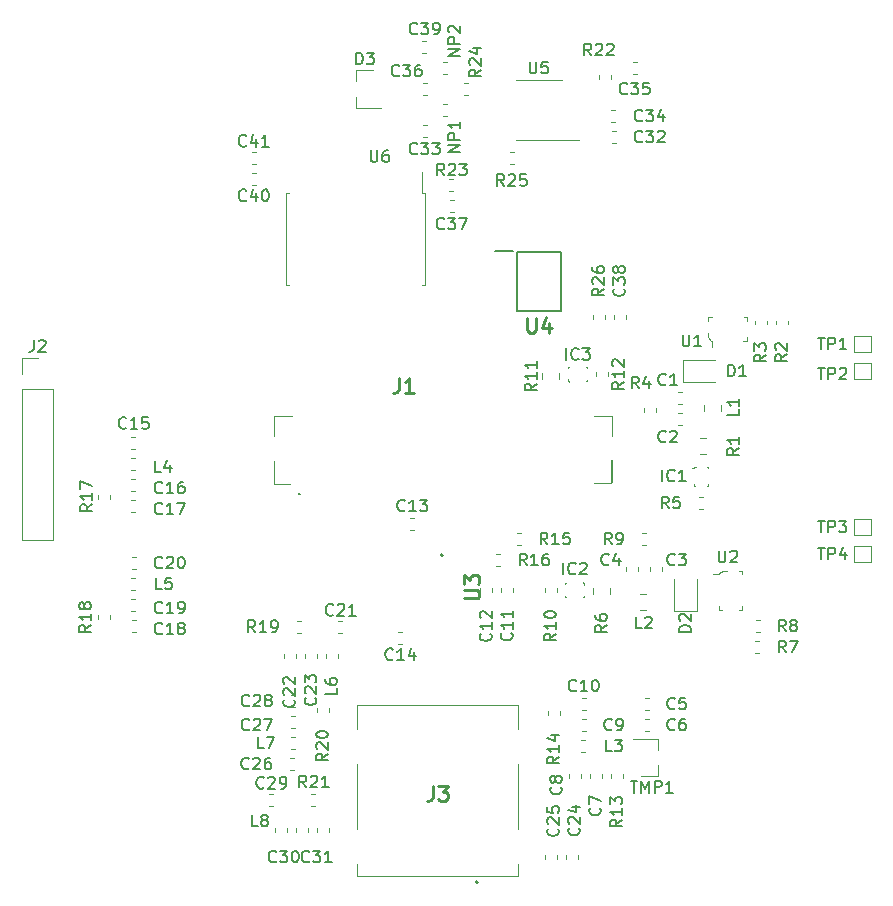
<source format=gbr>
G04 #@! TF.GenerationSoftware,KiCad,Pcbnew,(5.1.4)-1*
G04 #@! TF.CreationDate,2020-01-15T14:03:56-05:00*
G04 #@! TF.ProjectId,PDL_1920,50444c5f-3139-4323-902e-6b696361645f,rev?*
G04 #@! TF.SameCoordinates,Original*
G04 #@! TF.FileFunction,Legend,Top*
G04 #@! TF.FilePolarity,Positive*
%FSLAX46Y46*%
G04 Gerber Fmt 4.6, Leading zero omitted, Abs format (unit mm)*
G04 Created by KiCad (PCBNEW (5.1.4)-1) date 2020-01-15 14:03:56*
%MOMM*%
%LPD*%
G04 APERTURE LIST*
%ADD10C,0.200000*%
%ADD11C,0.100000*%
%ADD12C,0.120000*%
%ADD13C,0.254000*%
%ADD14C,0.150000*%
G04 APERTURE END LIST*
D10*
X140300000Y-130829200D02*
G75*
G02X140200000Y-130829200I-50000J0D01*
G01*
X140200000Y-130829200D02*
G75*
G02X140300000Y-130829200I50000J0D01*
G01*
X140300000Y-130829200D02*
G75*
G02X140200000Y-130829200I-50000J0D01*
G01*
D11*
X138100000Y-128029200D02*
X138100000Y-129929200D01*
D10*
X140200000Y-130829200D02*
X140200000Y-130829200D01*
X140300000Y-130829200D02*
X140300000Y-130829200D01*
X140200000Y-130829200D02*
X140200000Y-130829200D01*
D11*
X166690000Y-129889200D02*
X166690000Y-129889200D01*
X165200000Y-129889200D02*
X166690000Y-129889200D01*
X165200000Y-129889200D02*
X165200000Y-129889200D01*
X166690000Y-129889200D02*
X165200000Y-129889200D01*
X166700000Y-129829200D02*
X166700000Y-127929200D01*
X166690000Y-129829200D02*
X166700000Y-129829200D01*
X166690000Y-127929200D02*
X166690000Y-129829200D01*
X166700000Y-127929200D02*
X166690000Y-127929200D01*
X166700000Y-125929200D02*
X166700000Y-124229200D01*
X166700000Y-125929200D02*
X166700000Y-125929200D01*
X166700000Y-124229200D02*
X166700000Y-125929200D01*
X166700000Y-124229200D02*
X166700000Y-124229200D01*
X165200000Y-124169200D02*
X165200000Y-124169200D01*
X166690000Y-124169200D02*
X165200000Y-124169200D01*
X166690000Y-124169200D02*
X166690000Y-124169200D01*
X165200000Y-124169200D02*
X166690000Y-124169200D01*
X138110000Y-124169200D02*
X138110000Y-124169200D01*
X139600000Y-124169200D02*
X138110000Y-124169200D01*
X139600000Y-124169200D02*
X139600000Y-124169200D01*
X138110000Y-124169200D02*
X139600000Y-124169200D01*
X138110000Y-124229200D02*
X138110000Y-125929200D01*
X138110000Y-124229200D02*
X138110000Y-124229200D01*
X138110000Y-125929200D02*
X138110000Y-124229200D01*
X138110000Y-125929200D02*
X138110000Y-125929200D01*
X138100000Y-129929200D02*
X138100000Y-129929200D01*
X139500000Y-129929200D02*
X138100000Y-129929200D01*
X139500000Y-129929200D02*
X139500000Y-129929200D01*
X138100000Y-129929200D02*
X139500000Y-129929200D01*
D10*
X152430000Y-135984000D02*
G75*
G03X152230000Y-135984000I-100000J0D01*
G01*
X152230000Y-135984000D02*
G75*
G03X152430000Y-135984000I100000J0D01*
G01*
X152230000Y-135984000D02*
X152230000Y-135984000D01*
X152430000Y-135984000D02*
X152430000Y-135984000D01*
D11*
X163130000Y-121250000D02*
X163130000Y-121350000D01*
X164630000Y-121250000D02*
X164630000Y-121150000D01*
X164530000Y-121250000D02*
X164630000Y-121250000D01*
X164630000Y-120050000D02*
X164630000Y-120150000D01*
X164530000Y-120050000D02*
X164630000Y-120050000D01*
X163030000Y-120050000D02*
X163030000Y-120150000D01*
X163130000Y-120050000D02*
X163030000Y-120050000D01*
X163030000Y-121050000D02*
X163030000Y-121250000D01*
X163030000Y-121250000D02*
X163130000Y-121250000D01*
D10*
X155185000Y-163660000D02*
G75*
G03X155385000Y-163660000I100000J0D01*
G01*
X155385000Y-163660000D02*
G75*
G03X155185000Y-163660000I-100000J0D01*
G01*
X155385000Y-163660000D02*
X155385000Y-163660000D01*
X155185000Y-163660000D02*
X155185000Y-163660000D01*
D11*
X158785000Y-163160000D02*
X158785000Y-162160000D01*
X145185000Y-163160000D02*
X158785000Y-163160000D01*
X145185000Y-162160000D02*
X145185000Y-163160000D01*
X158785000Y-153660000D02*
X158785000Y-159160000D01*
X145185000Y-153660000D02*
X145185000Y-159160000D01*
X158785000Y-150160000D02*
X158785000Y-150660000D01*
X145185000Y-150160000D02*
X145185000Y-150660000D01*
X158785000Y-148660000D02*
X158785000Y-150160000D01*
X145185000Y-148660000D02*
X158785000Y-148660000D01*
X145185000Y-150160000D02*
X145185000Y-148660000D01*
D12*
X169860279Y-148080000D02*
X169534721Y-148080000D01*
X169860279Y-149100000D02*
X169534721Y-149100000D01*
X116780000Y-119320000D02*
X118110000Y-119320000D01*
X116780000Y-120650000D02*
X116780000Y-119320000D01*
X116780000Y-121920000D02*
X119440000Y-121920000D01*
X119440000Y-121920000D02*
X119440000Y-134680000D01*
X116780000Y-121920000D02*
X116780000Y-134680000D01*
X116780000Y-134680000D02*
X119440000Y-134680000D01*
X150674000Y-105360000D02*
X150674000Y-103545000D01*
X150919000Y-105360000D02*
X150674000Y-105360000D01*
X150919000Y-109220000D02*
X150919000Y-105360000D01*
X150919000Y-113080000D02*
X150674000Y-113080000D01*
X150919000Y-109220000D02*
X150919000Y-113080000D01*
X139149000Y-105360000D02*
X139394000Y-105360000D01*
X139149000Y-109220000D02*
X139149000Y-105360000D01*
X139149000Y-113080000D02*
X139394000Y-113080000D01*
X139149000Y-109220000D02*
X139149000Y-113080000D01*
X160528000Y-100858000D02*
X163978000Y-100858000D01*
X160528000Y-100858000D02*
X158578000Y-100858000D01*
X160528000Y-95738000D02*
X162478000Y-95738000D01*
X160528000Y-95738000D02*
X158578000Y-95738000D01*
D10*
X158678000Y-110276000D02*
X162378000Y-110276000D01*
X162378000Y-110276000D02*
X162378000Y-115276000D01*
X162378000Y-115276000D02*
X158678000Y-115276000D01*
X158678000Y-115276000D02*
X158678000Y-110276000D01*
X156853000Y-110251000D02*
X158328000Y-110251000D01*
D11*
X176109000Y-137288000D02*
X176484000Y-137288000D01*
X175784000Y-137613000D02*
X175259000Y-137613000D01*
X175784000Y-137513000D02*
X175784000Y-137613000D01*
X176109000Y-137288000D02*
X175784000Y-137513000D01*
X177784000Y-140588000D02*
X177459000Y-140588000D01*
X177784000Y-140288000D02*
X177784000Y-140588000D01*
X175784000Y-140588000D02*
X176084000Y-140588000D01*
X175784000Y-140263000D02*
X175784000Y-140588000D01*
X177784000Y-137288000D02*
X177484000Y-137288000D01*
X177784000Y-137613000D02*
X177784000Y-137288000D01*
X174880000Y-117515000D02*
X174880000Y-117140000D01*
X175205000Y-117840000D02*
X175205000Y-118365000D01*
X175105000Y-117840000D02*
X175205000Y-117840000D01*
X174880000Y-117515000D02*
X175105000Y-117840000D01*
X178180000Y-115840000D02*
X178180000Y-116165000D01*
X177880000Y-115840000D02*
X178180000Y-115840000D01*
X178180000Y-117840000D02*
X178180000Y-117540000D01*
X177855000Y-117840000D02*
X178180000Y-117840000D01*
X174880000Y-115840000D02*
X174880000Y-116140000D01*
X175205000Y-115840000D02*
X174880000Y-115840000D01*
D12*
X188660000Y-135190000D02*
X188660000Y-136590000D01*
X187260000Y-135190000D02*
X188660000Y-135190000D01*
X187260000Y-136590000D02*
X187260000Y-135190000D01*
X188660000Y-136590000D02*
X187260000Y-136590000D01*
X188660000Y-132904000D02*
X188660000Y-134304000D01*
X187260000Y-132904000D02*
X188660000Y-132904000D01*
X187260000Y-134304000D02*
X187260000Y-132904000D01*
X188660000Y-134304000D02*
X187260000Y-134304000D01*
X187260000Y-121096000D02*
X187260000Y-119696000D01*
X188660000Y-121096000D02*
X187260000Y-121096000D01*
X188660000Y-119696000D02*
X188660000Y-121096000D01*
X187260000Y-119696000D02*
X188660000Y-119696000D01*
X187260000Y-118810000D02*
X187260000Y-117410000D01*
X188660000Y-118810000D02*
X187260000Y-118810000D01*
X188660000Y-117410000D02*
X188660000Y-118810000D01*
X187260000Y-117410000D02*
X188660000Y-117410000D01*
X170670000Y-154676000D02*
X169210000Y-154676000D01*
X170670000Y-151516000D02*
X168510000Y-151516000D01*
X170670000Y-151516000D02*
X170670000Y-152446000D01*
X170670000Y-154676000D02*
X170670000Y-153746000D01*
X165098000Y-115686721D02*
X165098000Y-116012279D01*
X166118000Y-115686721D02*
X166118000Y-116012279D01*
X158079221Y-102872000D02*
X158404779Y-102872000D01*
X158079221Y-101852000D02*
X158404779Y-101852000D01*
X154569279Y-96010000D02*
X154243721Y-96010000D01*
X154569279Y-97030000D02*
X154243721Y-97030000D01*
X153299279Y-104138000D02*
X152973721Y-104138000D01*
X153299279Y-105158000D02*
X152973721Y-105158000D01*
X165606000Y-95341221D02*
X165606000Y-95666779D01*
X166626000Y-95341221D02*
X166626000Y-95666779D01*
X141615279Y-156208000D02*
X141289721Y-156208000D01*
X141615279Y-157228000D02*
X141289721Y-157228000D01*
X141730000Y-148909721D02*
X141730000Y-149235279D01*
X142750000Y-148909721D02*
X142750000Y-149235279D01*
X140370779Y-141539500D02*
X140045221Y-141539500D01*
X140370779Y-142559500D02*
X140045221Y-142559500D01*
X124208000Y-141412279D02*
X124208000Y-141086721D01*
X123188000Y-141412279D02*
X123188000Y-141086721D01*
X124208000Y-131201279D02*
X124208000Y-130875721D01*
X123188000Y-131201279D02*
X123188000Y-130875721D01*
X157236279Y-135888000D02*
X156910721Y-135888000D01*
X157236279Y-136908000D02*
X156910721Y-136908000D01*
X158688721Y-135130000D02*
X159014279Y-135130000D01*
X158688721Y-134110000D02*
X159014279Y-134110000D01*
X161288000Y-149163721D02*
X161288000Y-149489279D01*
X162308000Y-149163721D02*
X162308000Y-149489279D01*
X167642000Y-154848779D02*
X167642000Y-154523221D01*
X166622000Y-154848779D02*
X166622000Y-154523221D01*
X165352000Y-120512721D02*
X165352000Y-120838279D01*
X166372000Y-120512721D02*
X166372000Y-120838279D01*
X162254000Y-121084078D02*
X162254000Y-120566922D01*
X160834000Y-121084078D02*
X160834000Y-120566922D01*
X162054000Y-139100779D02*
X162054000Y-138775221D01*
X161034000Y-139100779D02*
X161034000Y-138775221D01*
X169606279Y-134110000D02*
X169280721Y-134110000D01*
X169606279Y-135130000D02*
X169280721Y-135130000D01*
X179258279Y-141476000D02*
X178932721Y-141476000D01*
X179258279Y-142496000D02*
X178932721Y-142496000D01*
X179207279Y-143254000D02*
X178881721Y-143254000D01*
X179207279Y-144274000D02*
X178881721Y-144274000D01*
X165152000Y-138757922D02*
X165152000Y-139275078D01*
X166572000Y-138757922D02*
X166572000Y-139275078D01*
X174406779Y-131062000D02*
X174081221Y-131062000D01*
X174406779Y-132082000D02*
X174081221Y-132082000D01*
X169416000Y-123535121D02*
X169416000Y-123860679D01*
X170436000Y-123535121D02*
X170436000Y-123860679D01*
X179834000Y-116443979D02*
X179834000Y-116118421D01*
X178814000Y-116443979D02*
X178814000Y-116118421D01*
X181612000Y-116444079D02*
X181612000Y-116118521D01*
X180592000Y-116444079D02*
X180592000Y-116118521D01*
X174160922Y-127456000D02*
X174678078Y-127456000D01*
X174160922Y-126036000D02*
X174678078Y-126036000D01*
X152791279Y-94232000D02*
X152465721Y-94232000D01*
X152791279Y-95252000D02*
X152465721Y-95252000D01*
X152465721Y-98808000D02*
X152791279Y-98808000D01*
X152465721Y-97788000D02*
X152791279Y-97788000D01*
X138174000Y-159069721D02*
X138174000Y-159395279D01*
X139194000Y-159069721D02*
X139194000Y-159395279D01*
X139888279Y-151382000D02*
X139562721Y-151382000D01*
X139888279Y-152402000D02*
X139562721Y-152402000D01*
X142492000Y-144337721D02*
X142492000Y-144663279D01*
X143512000Y-144337721D02*
X143512000Y-144663279D01*
X126049721Y-138940000D02*
X126375279Y-138940000D01*
X126049721Y-137920000D02*
X126375279Y-137920000D01*
X126049921Y-128780000D02*
X126375479Y-128780000D01*
X126049921Y-127760000D02*
X126375479Y-127760000D01*
X164149721Y-152656000D02*
X164475279Y-152656000D01*
X164149721Y-151636000D02*
X164475279Y-151636000D01*
X169598078Y-139244000D02*
X169080922Y-139244000D01*
X169598078Y-140664000D02*
X169080922Y-140664000D01*
X174550000Y-123263922D02*
X174550000Y-123781078D01*
X175970000Y-123263922D02*
X175970000Y-123781078D01*
D11*
X164276000Y-138338000D02*
X164276000Y-138238000D01*
X162776000Y-138338000D02*
X162776000Y-138438000D01*
X162876000Y-138338000D02*
X162776000Y-138338000D01*
X162776000Y-139538000D02*
X162776000Y-139438000D01*
X162876000Y-139538000D02*
X162776000Y-139538000D01*
X164376000Y-139538000D02*
X164376000Y-139438000D01*
X164276000Y-139538000D02*
X164376000Y-139538000D01*
X164376000Y-138538000D02*
X164376000Y-138338000D01*
X164376000Y-138338000D02*
X164276000Y-138338000D01*
X173644000Y-128586000D02*
X173544000Y-128586000D01*
X173644000Y-130086000D02*
X173744000Y-130086000D01*
X173644000Y-129986000D02*
X173644000Y-130086000D01*
X174844000Y-130086000D02*
X174744000Y-130086000D01*
X174844000Y-129986000D02*
X174844000Y-130086000D01*
X174844000Y-128486000D02*
X174744000Y-128486000D01*
X174844000Y-128586000D02*
X174844000Y-128486000D01*
X173844000Y-128486000D02*
X173644000Y-128486000D01*
X173644000Y-128486000D02*
X173644000Y-128586000D01*
D12*
X145052000Y-94940000D02*
X146512000Y-94940000D01*
X145052000Y-98100000D02*
X147212000Y-98100000D01*
X145052000Y-98100000D02*
X145052000Y-97170000D01*
X145052000Y-94940000D02*
X145052000Y-95870000D01*
X173934000Y-140701500D02*
X173934000Y-138016500D01*
X172014000Y-140701500D02*
X173934000Y-140701500D01*
X172014000Y-138016500D02*
X172014000Y-140701500D01*
X172734500Y-121356000D02*
X175419500Y-121356000D01*
X172734500Y-119436000D02*
X172734500Y-121356000D01*
X175419500Y-119436000D02*
X172734500Y-119436000D01*
X136235221Y-102872000D02*
X136560779Y-102872000D01*
X136235221Y-101852000D02*
X136560779Y-101852000D01*
X136560779Y-103630000D02*
X136235221Y-103630000D01*
X136560779Y-104650000D02*
X136235221Y-104650000D01*
X150687721Y-93474000D02*
X151013279Y-93474000D01*
X150687721Y-92454000D02*
X151013279Y-92454000D01*
X167896000Y-115986779D02*
X167896000Y-115661221D01*
X166876000Y-115986779D02*
X166876000Y-115661221D01*
X153024721Y-106936000D02*
X153350279Y-106936000D01*
X153024721Y-105916000D02*
X153350279Y-105916000D01*
X151064279Y-96010000D02*
X150738721Y-96010000D01*
X151064279Y-97030000D02*
X150738721Y-97030000D01*
X168518721Y-95252000D02*
X168844279Y-95252000D01*
X168518721Y-94232000D02*
X168844279Y-94232000D01*
X166689721Y-99316000D02*
X167015279Y-99316000D01*
X166689721Y-98296000D02*
X167015279Y-98296000D01*
X150738721Y-100586000D02*
X151064279Y-100586000D01*
X150738721Y-99566000D02*
X151064279Y-99566000D01*
X167066279Y-100074000D02*
X166740721Y-100074000D01*
X167066279Y-101094000D02*
X166740721Y-101094000D01*
X141730000Y-159069721D02*
X141730000Y-159395279D01*
X142750000Y-159069721D02*
X142750000Y-159395279D01*
X140972000Y-159120721D02*
X140972000Y-159446279D01*
X139952000Y-159120721D02*
X139952000Y-159446279D01*
X137733721Y-157228000D02*
X138059279Y-157228000D01*
X137733721Y-156208000D02*
X138059279Y-156208000D01*
X139888279Y-147826000D02*
X139562721Y-147826000D01*
X139888279Y-148846000D02*
X139562721Y-148846000D01*
X139862779Y-149604000D02*
X139537221Y-149604000D01*
X139862779Y-150624000D02*
X139537221Y-150624000D01*
X139511721Y-154180000D02*
X139837279Y-154180000D01*
X139511721Y-153160000D02*
X139837279Y-153160000D01*
X161034000Y-161355721D02*
X161034000Y-161681279D01*
X162054000Y-161355721D02*
X162054000Y-161681279D01*
X162812000Y-161355721D02*
X162812000Y-161681279D01*
X163832000Y-161355721D02*
X163832000Y-161681279D01*
X140714000Y-144337721D02*
X140714000Y-144663279D01*
X141734000Y-144337721D02*
X141734000Y-144663279D01*
X138936000Y-144337721D02*
X138936000Y-144663279D01*
X139956000Y-144337721D02*
X139956000Y-144663279D01*
X143901479Y-141539500D02*
X143575921Y-141539500D01*
X143901479Y-142559500D02*
X143575921Y-142559500D01*
X126426279Y-136142000D02*
X126100721Y-136142000D01*
X126426279Y-137162000D02*
X126100721Y-137162000D01*
X126049721Y-140718000D02*
X126375279Y-140718000D01*
X126049721Y-139698000D02*
X126375279Y-139698000D01*
X126100721Y-142496000D02*
X126426279Y-142496000D01*
X126100721Y-141476000D02*
X126426279Y-141476000D01*
X126049721Y-132336000D02*
X126375279Y-132336000D01*
X126049721Y-131316000D02*
X126375279Y-131316000D01*
X126049721Y-130558000D02*
X126375279Y-130558000D01*
X126049721Y-129538000D02*
X126375279Y-129538000D01*
X126375479Y-125982000D02*
X126049921Y-125982000D01*
X126375479Y-127002000D02*
X126049921Y-127002000D01*
X148981279Y-142492000D02*
X148655721Y-142492000D01*
X148981279Y-143512000D02*
X148655721Y-143512000D01*
X149997279Y-132840000D02*
X149671721Y-132840000D01*
X149997279Y-133860000D02*
X149671721Y-133860000D01*
X155573000Y-138775221D02*
X155573000Y-139100779D01*
X156593000Y-138775221D02*
X156593000Y-139100779D01*
X157351000Y-138749721D02*
X157351000Y-139075279D01*
X158371000Y-138749721D02*
X158371000Y-139075279D01*
X164200721Y-149100000D02*
X164526279Y-149100000D01*
X164200721Y-148080000D02*
X164526279Y-148080000D01*
X164200721Y-150878000D02*
X164526279Y-150878000D01*
X164200721Y-149858000D02*
X164526279Y-149858000D01*
X164086000Y-154848779D02*
X164086000Y-154523221D01*
X163066000Y-154848779D02*
X163066000Y-154523221D01*
X165864000Y-154823279D02*
X165864000Y-154497721D01*
X164844000Y-154823279D02*
X164844000Y-154497721D01*
X169860279Y-149858000D02*
X169534721Y-149858000D01*
X169860279Y-150878000D02*
X169534721Y-150878000D01*
X168912000Y-137322779D02*
X168912000Y-136997221D01*
X167892000Y-137322779D02*
X167892000Y-136997221D01*
X170944000Y-137322779D02*
X170944000Y-136997221D01*
X169924000Y-137322779D02*
X169924000Y-136997221D01*
X172654279Y-123950000D02*
X172328721Y-123950000D01*
X172654279Y-124970000D02*
X172328721Y-124970000D01*
X172654279Y-122172000D02*
X172328721Y-122172000D01*
X172654279Y-123192000D02*
X172328721Y-123192000D01*
D13*
X148674666Y-120970523D02*
X148674666Y-121877666D01*
X148614190Y-122059095D01*
X148493238Y-122180047D01*
X148311809Y-122240523D01*
X148190857Y-122240523D01*
X149944666Y-122240523D02*
X149218952Y-122240523D01*
X149581809Y-122240523D02*
X149581809Y-120970523D01*
X149460857Y-121151952D01*
X149339904Y-121272904D01*
X149218952Y-121333380D01*
X154244523Y-139651619D02*
X155272619Y-139651619D01*
X155393571Y-139591142D01*
X155454047Y-139530666D01*
X155514523Y-139409714D01*
X155514523Y-139167809D01*
X155454047Y-139046857D01*
X155393571Y-138986380D01*
X155272619Y-138925904D01*
X154244523Y-138925904D01*
X154244523Y-138442095D02*
X154244523Y-137655904D01*
X154728333Y-138079238D01*
X154728333Y-137897809D01*
X154788809Y-137776857D01*
X154849285Y-137716380D01*
X154970238Y-137655904D01*
X155272619Y-137655904D01*
X155393571Y-137716380D01*
X155454047Y-137776857D01*
X155514523Y-137897809D01*
X155514523Y-138260666D01*
X155454047Y-138381619D01*
X155393571Y-138442095D01*
D14*
X162853809Y-119442380D02*
X162853809Y-118442380D01*
X163901428Y-119347142D02*
X163853809Y-119394761D01*
X163710952Y-119442380D01*
X163615714Y-119442380D01*
X163472857Y-119394761D01*
X163377619Y-119299523D01*
X163330000Y-119204285D01*
X163282380Y-119013809D01*
X163282380Y-118870952D01*
X163330000Y-118680476D01*
X163377619Y-118585238D01*
X163472857Y-118490000D01*
X163615714Y-118442380D01*
X163710952Y-118442380D01*
X163853809Y-118490000D01*
X163901428Y-118537619D01*
X164234761Y-118442380D02*
X164853809Y-118442380D01*
X164520476Y-118823333D01*
X164663333Y-118823333D01*
X164758571Y-118870952D01*
X164806190Y-118918571D01*
X164853809Y-119013809D01*
X164853809Y-119251904D01*
X164806190Y-119347142D01*
X164758571Y-119394761D01*
X164663333Y-119442380D01*
X164377619Y-119442380D01*
X164282380Y-119394761D01*
X164234761Y-119347142D01*
D13*
X151561666Y-155514523D02*
X151561666Y-156421666D01*
X151501190Y-156603095D01*
X151380238Y-156724047D01*
X151198809Y-156784523D01*
X151077857Y-156784523D01*
X152045476Y-155514523D02*
X152831666Y-155514523D01*
X152408333Y-155998333D01*
X152589761Y-155998333D01*
X152710714Y-156058809D01*
X152771190Y-156119285D01*
X152831666Y-156240238D01*
X152831666Y-156542619D01*
X152771190Y-156663571D01*
X152710714Y-156724047D01*
X152589761Y-156784523D01*
X152226904Y-156784523D01*
X152105952Y-156724047D01*
X152045476Y-156663571D01*
D14*
X172045333Y-148947142D02*
X171997714Y-148994761D01*
X171854857Y-149042380D01*
X171759619Y-149042380D01*
X171616761Y-148994761D01*
X171521523Y-148899523D01*
X171473904Y-148804285D01*
X171426285Y-148613809D01*
X171426285Y-148470952D01*
X171473904Y-148280476D01*
X171521523Y-148185238D01*
X171616761Y-148090000D01*
X171759619Y-148042380D01*
X171854857Y-148042380D01*
X171997714Y-148090000D01*
X172045333Y-148137619D01*
X172950095Y-148042380D02*
X172473904Y-148042380D01*
X172426285Y-148518571D01*
X172473904Y-148470952D01*
X172569142Y-148423333D01*
X172807238Y-148423333D01*
X172902476Y-148470952D01*
X172950095Y-148518571D01*
X172997714Y-148613809D01*
X172997714Y-148851904D01*
X172950095Y-148947142D01*
X172902476Y-148994761D01*
X172807238Y-149042380D01*
X172569142Y-149042380D01*
X172473904Y-148994761D01*
X172426285Y-148947142D01*
X117776666Y-117772380D02*
X117776666Y-118486666D01*
X117729047Y-118629523D01*
X117633809Y-118724761D01*
X117490952Y-118772380D01*
X117395714Y-118772380D01*
X118205238Y-117867619D02*
X118252857Y-117820000D01*
X118348095Y-117772380D01*
X118586190Y-117772380D01*
X118681428Y-117820000D01*
X118729047Y-117867619D01*
X118776666Y-117962857D01*
X118776666Y-118058095D01*
X118729047Y-118200952D01*
X118157619Y-118772380D01*
X118776666Y-118772380D01*
X146304095Y-101687380D02*
X146304095Y-102496904D01*
X146351714Y-102592142D01*
X146399333Y-102639761D01*
X146494571Y-102687380D01*
X146685047Y-102687380D01*
X146780285Y-102639761D01*
X146827904Y-102592142D01*
X146875523Y-102496904D01*
X146875523Y-101687380D01*
X147780285Y-101687380D02*
X147589809Y-101687380D01*
X147494571Y-101735000D01*
X147446952Y-101782619D01*
X147351714Y-101925476D01*
X147304095Y-102115952D01*
X147304095Y-102496904D01*
X147351714Y-102592142D01*
X147399333Y-102639761D01*
X147494571Y-102687380D01*
X147685047Y-102687380D01*
X147780285Y-102639761D01*
X147827904Y-102592142D01*
X147875523Y-102496904D01*
X147875523Y-102258809D01*
X147827904Y-102163571D01*
X147780285Y-102115952D01*
X147685047Y-102068333D01*
X147494571Y-102068333D01*
X147399333Y-102115952D01*
X147351714Y-102163571D01*
X147304095Y-102258809D01*
X159766095Y-94194380D02*
X159766095Y-95003904D01*
X159813714Y-95099142D01*
X159861333Y-95146761D01*
X159956571Y-95194380D01*
X160147047Y-95194380D01*
X160242285Y-95146761D01*
X160289904Y-95099142D01*
X160337523Y-95003904D01*
X160337523Y-94194380D01*
X161289904Y-94194380D02*
X160813714Y-94194380D01*
X160766095Y-94670571D01*
X160813714Y-94622952D01*
X160908952Y-94575333D01*
X161147047Y-94575333D01*
X161242285Y-94622952D01*
X161289904Y-94670571D01*
X161337523Y-94765809D01*
X161337523Y-95003904D01*
X161289904Y-95099142D01*
X161242285Y-95146761D01*
X161147047Y-95194380D01*
X160908952Y-95194380D01*
X160813714Y-95146761D01*
X160766095Y-95099142D01*
D13*
X159560380Y-115890523D02*
X159560380Y-116918619D01*
X159620857Y-117039571D01*
X159681333Y-117100047D01*
X159802285Y-117160523D01*
X160044190Y-117160523D01*
X160165142Y-117100047D01*
X160225619Y-117039571D01*
X160286095Y-116918619D01*
X160286095Y-115890523D01*
X161435142Y-116313857D02*
X161435142Y-117160523D01*
X161132761Y-115830047D02*
X160830380Y-116737190D01*
X161616571Y-116737190D01*
D14*
X175768095Y-135596380D02*
X175768095Y-136405904D01*
X175815714Y-136501142D01*
X175863333Y-136548761D01*
X175958571Y-136596380D01*
X176149047Y-136596380D01*
X176244285Y-136548761D01*
X176291904Y-136501142D01*
X176339523Y-136405904D01*
X176339523Y-135596380D01*
X176768095Y-135691619D02*
X176815714Y-135644000D01*
X176910952Y-135596380D01*
X177149047Y-135596380D01*
X177244285Y-135644000D01*
X177291904Y-135691619D01*
X177339523Y-135786857D01*
X177339523Y-135882095D01*
X177291904Y-136024952D01*
X176720476Y-136596380D01*
X177339523Y-136596380D01*
X172720095Y-117308380D02*
X172720095Y-118117904D01*
X172767714Y-118213142D01*
X172815333Y-118260761D01*
X172910571Y-118308380D01*
X173101047Y-118308380D01*
X173196285Y-118260761D01*
X173243904Y-118213142D01*
X173291523Y-118117904D01*
X173291523Y-117308380D01*
X174291523Y-118308380D02*
X173720095Y-118308380D01*
X174005809Y-118308380D02*
X174005809Y-117308380D01*
X173910571Y-117451238D01*
X173815333Y-117546476D01*
X173720095Y-117594095D01*
X184158095Y-135342380D02*
X184729523Y-135342380D01*
X184443809Y-136342380D02*
X184443809Y-135342380D01*
X185062857Y-136342380D02*
X185062857Y-135342380D01*
X185443809Y-135342380D01*
X185539047Y-135390000D01*
X185586666Y-135437619D01*
X185634285Y-135532857D01*
X185634285Y-135675714D01*
X185586666Y-135770952D01*
X185539047Y-135818571D01*
X185443809Y-135866190D01*
X185062857Y-135866190D01*
X186491428Y-135675714D02*
X186491428Y-136342380D01*
X186253333Y-135294761D02*
X186015238Y-136009047D01*
X186634285Y-136009047D01*
X184158095Y-133056380D02*
X184729523Y-133056380D01*
X184443809Y-134056380D02*
X184443809Y-133056380D01*
X185062857Y-134056380D02*
X185062857Y-133056380D01*
X185443809Y-133056380D01*
X185539047Y-133104000D01*
X185586666Y-133151619D01*
X185634285Y-133246857D01*
X185634285Y-133389714D01*
X185586666Y-133484952D01*
X185539047Y-133532571D01*
X185443809Y-133580190D01*
X185062857Y-133580190D01*
X185967619Y-133056380D02*
X186586666Y-133056380D01*
X186253333Y-133437333D01*
X186396190Y-133437333D01*
X186491428Y-133484952D01*
X186539047Y-133532571D01*
X186586666Y-133627809D01*
X186586666Y-133865904D01*
X186539047Y-133961142D01*
X186491428Y-134008761D01*
X186396190Y-134056380D01*
X186110476Y-134056380D01*
X186015238Y-134008761D01*
X185967619Y-133961142D01*
X184158095Y-120102380D02*
X184729523Y-120102380D01*
X184443809Y-121102380D02*
X184443809Y-120102380D01*
X185062857Y-121102380D02*
X185062857Y-120102380D01*
X185443809Y-120102380D01*
X185539047Y-120150000D01*
X185586666Y-120197619D01*
X185634285Y-120292857D01*
X185634285Y-120435714D01*
X185586666Y-120530952D01*
X185539047Y-120578571D01*
X185443809Y-120626190D01*
X185062857Y-120626190D01*
X186015238Y-120197619D02*
X186062857Y-120150000D01*
X186158095Y-120102380D01*
X186396190Y-120102380D01*
X186491428Y-120150000D01*
X186539047Y-120197619D01*
X186586666Y-120292857D01*
X186586666Y-120388095D01*
X186539047Y-120530952D01*
X185967619Y-121102380D01*
X186586666Y-121102380D01*
X184158095Y-117562380D02*
X184729523Y-117562380D01*
X184443809Y-118562380D02*
X184443809Y-117562380D01*
X185062857Y-118562380D02*
X185062857Y-117562380D01*
X185443809Y-117562380D01*
X185539047Y-117610000D01*
X185586666Y-117657619D01*
X185634285Y-117752857D01*
X185634285Y-117895714D01*
X185586666Y-117990952D01*
X185539047Y-118038571D01*
X185443809Y-118086190D01*
X185062857Y-118086190D01*
X186586666Y-118562380D02*
X186015238Y-118562380D01*
X186300952Y-118562380D02*
X186300952Y-117562380D01*
X186205714Y-117705238D01*
X186110476Y-117800476D01*
X186015238Y-117848095D01*
X168314666Y-155088380D02*
X168886095Y-155088380D01*
X168600380Y-156088380D02*
X168600380Y-155088380D01*
X169219428Y-156088380D02*
X169219428Y-155088380D01*
X169552761Y-155802666D01*
X169886095Y-155088380D01*
X169886095Y-156088380D01*
X170362285Y-156088380D02*
X170362285Y-155088380D01*
X170743238Y-155088380D01*
X170838476Y-155136000D01*
X170886095Y-155183619D01*
X170933714Y-155278857D01*
X170933714Y-155421714D01*
X170886095Y-155516952D01*
X170838476Y-155564571D01*
X170743238Y-155612190D01*
X170362285Y-155612190D01*
X171886095Y-156088380D02*
X171314666Y-156088380D01*
X171600380Y-156088380D02*
X171600380Y-155088380D01*
X171505142Y-155231238D01*
X171409904Y-155326476D01*
X171314666Y-155374095D01*
X166060380Y-113418857D02*
X165584190Y-113752190D01*
X166060380Y-113990285D02*
X165060380Y-113990285D01*
X165060380Y-113609333D01*
X165108000Y-113514095D01*
X165155619Y-113466476D01*
X165250857Y-113418857D01*
X165393714Y-113418857D01*
X165488952Y-113466476D01*
X165536571Y-113514095D01*
X165584190Y-113609333D01*
X165584190Y-113990285D01*
X165155619Y-113037904D02*
X165108000Y-112990285D01*
X165060380Y-112895047D01*
X165060380Y-112656952D01*
X165108000Y-112561714D01*
X165155619Y-112514095D01*
X165250857Y-112466476D01*
X165346095Y-112466476D01*
X165488952Y-112514095D01*
X166060380Y-113085523D01*
X166060380Y-112466476D01*
X165060380Y-111609333D02*
X165060380Y-111799809D01*
X165108000Y-111895047D01*
X165155619Y-111942666D01*
X165298476Y-112037904D01*
X165488952Y-112085523D01*
X165869904Y-112085523D01*
X165965142Y-112037904D01*
X166012761Y-111990285D01*
X166060380Y-111895047D01*
X166060380Y-111704571D01*
X166012761Y-111609333D01*
X165965142Y-111561714D01*
X165869904Y-111514095D01*
X165631809Y-111514095D01*
X165536571Y-111561714D01*
X165488952Y-111609333D01*
X165441333Y-111704571D01*
X165441333Y-111895047D01*
X165488952Y-111990285D01*
X165536571Y-112037904D01*
X165631809Y-112085523D01*
X157599142Y-104719380D02*
X157265809Y-104243190D01*
X157027714Y-104719380D02*
X157027714Y-103719380D01*
X157408666Y-103719380D01*
X157503904Y-103767000D01*
X157551523Y-103814619D01*
X157599142Y-103909857D01*
X157599142Y-104052714D01*
X157551523Y-104147952D01*
X157503904Y-104195571D01*
X157408666Y-104243190D01*
X157027714Y-104243190D01*
X157980095Y-103814619D02*
X158027714Y-103767000D01*
X158122952Y-103719380D01*
X158361047Y-103719380D01*
X158456285Y-103767000D01*
X158503904Y-103814619D01*
X158551523Y-103909857D01*
X158551523Y-104005095D01*
X158503904Y-104147952D01*
X157932476Y-104719380D01*
X158551523Y-104719380D01*
X159456285Y-103719380D02*
X158980095Y-103719380D01*
X158932476Y-104195571D01*
X158980095Y-104147952D01*
X159075333Y-104100333D01*
X159313428Y-104100333D01*
X159408666Y-104147952D01*
X159456285Y-104195571D01*
X159503904Y-104290809D01*
X159503904Y-104528904D01*
X159456285Y-104624142D01*
X159408666Y-104671761D01*
X159313428Y-104719380D01*
X159075333Y-104719380D01*
X158980095Y-104671761D01*
X158932476Y-104624142D01*
X155646380Y-94876857D02*
X155170190Y-95210190D01*
X155646380Y-95448285D02*
X154646380Y-95448285D01*
X154646380Y-95067333D01*
X154694000Y-94972095D01*
X154741619Y-94924476D01*
X154836857Y-94876857D01*
X154979714Y-94876857D01*
X155074952Y-94924476D01*
X155122571Y-94972095D01*
X155170190Y-95067333D01*
X155170190Y-95448285D01*
X154741619Y-94495904D02*
X154694000Y-94448285D01*
X154646380Y-94353047D01*
X154646380Y-94114952D01*
X154694000Y-94019714D01*
X154741619Y-93972095D01*
X154836857Y-93924476D01*
X154932095Y-93924476D01*
X155074952Y-93972095D01*
X155646380Y-94543523D01*
X155646380Y-93924476D01*
X154979714Y-93067333D02*
X155646380Y-93067333D01*
X154598761Y-93305428D02*
X155313047Y-93543523D01*
X155313047Y-92924476D01*
X152519142Y-103830380D02*
X152185809Y-103354190D01*
X151947714Y-103830380D02*
X151947714Y-102830380D01*
X152328666Y-102830380D01*
X152423904Y-102878000D01*
X152471523Y-102925619D01*
X152519142Y-103020857D01*
X152519142Y-103163714D01*
X152471523Y-103258952D01*
X152423904Y-103306571D01*
X152328666Y-103354190D01*
X151947714Y-103354190D01*
X152900095Y-102925619D02*
X152947714Y-102878000D01*
X153042952Y-102830380D01*
X153281047Y-102830380D01*
X153376285Y-102878000D01*
X153423904Y-102925619D01*
X153471523Y-103020857D01*
X153471523Y-103116095D01*
X153423904Y-103258952D01*
X152852476Y-103830380D01*
X153471523Y-103830380D01*
X153804857Y-102830380D02*
X154423904Y-102830380D01*
X154090571Y-103211333D01*
X154233428Y-103211333D01*
X154328666Y-103258952D01*
X154376285Y-103306571D01*
X154423904Y-103401809D01*
X154423904Y-103639904D01*
X154376285Y-103735142D01*
X154328666Y-103782761D01*
X154233428Y-103830380D01*
X153947714Y-103830380D01*
X153852476Y-103782761D01*
X153804857Y-103735142D01*
X164965142Y-93670380D02*
X164631809Y-93194190D01*
X164393714Y-93670380D02*
X164393714Y-92670380D01*
X164774666Y-92670380D01*
X164869904Y-92718000D01*
X164917523Y-92765619D01*
X164965142Y-92860857D01*
X164965142Y-93003714D01*
X164917523Y-93098952D01*
X164869904Y-93146571D01*
X164774666Y-93194190D01*
X164393714Y-93194190D01*
X165346095Y-92765619D02*
X165393714Y-92718000D01*
X165488952Y-92670380D01*
X165727047Y-92670380D01*
X165822285Y-92718000D01*
X165869904Y-92765619D01*
X165917523Y-92860857D01*
X165917523Y-92956095D01*
X165869904Y-93098952D01*
X165298476Y-93670380D01*
X165917523Y-93670380D01*
X166298476Y-92765619D02*
X166346095Y-92718000D01*
X166441333Y-92670380D01*
X166679428Y-92670380D01*
X166774666Y-92718000D01*
X166822285Y-92765619D01*
X166869904Y-92860857D01*
X166869904Y-92956095D01*
X166822285Y-93098952D01*
X166250857Y-93670380D01*
X166869904Y-93670380D01*
X140835142Y-155646380D02*
X140501809Y-155170190D01*
X140263714Y-155646380D02*
X140263714Y-154646380D01*
X140644666Y-154646380D01*
X140739904Y-154694000D01*
X140787523Y-154741619D01*
X140835142Y-154836857D01*
X140835142Y-154979714D01*
X140787523Y-155074952D01*
X140739904Y-155122571D01*
X140644666Y-155170190D01*
X140263714Y-155170190D01*
X141216095Y-154741619D02*
X141263714Y-154694000D01*
X141358952Y-154646380D01*
X141597047Y-154646380D01*
X141692285Y-154694000D01*
X141739904Y-154741619D01*
X141787523Y-154836857D01*
X141787523Y-154932095D01*
X141739904Y-155074952D01*
X141168476Y-155646380D01*
X141787523Y-155646380D01*
X142739904Y-155646380D02*
X142168476Y-155646380D01*
X142454190Y-155646380D02*
X142454190Y-154646380D01*
X142358952Y-154789238D01*
X142263714Y-154884476D01*
X142168476Y-154932095D01*
X142692380Y-152788857D02*
X142216190Y-153122190D01*
X142692380Y-153360285D02*
X141692380Y-153360285D01*
X141692380Y-152979333D01*
X141740000Y-152884095D01*
X141787619Y-152836476D01*
X141882857Y-152788857D01*
X142025714Y-152788857D01*
X142120952Y-152836476D01*
X142168571Y-152884095D01*
X142216190Y-152979333D01*
X142216190Y-153360285D01*
X141787619Y-152407904D02*
X141740000Y-152360285D01*
X141692380Y-152265047D01*
X141692380Y-152026952D01*
X141740000Y-151931714D01*
X141787619Y-151884095D01*
X141882857Y-151836476D01*
X141978095Y-151836476D01*
X142120952Y-151884095D01*
X142692380Y-152455523D01*
X142692380Y-151836476D01*
X141692380Y-151217428D02*
X141692380Y-151122190D01*
X141740000Y-151026952D01*
X141787619Y-150979333D01*
X141882857Y-150931714D01*
X142073333Y-150884095D01*
X142311428Y-150884095D01*
X142501904Y-150931714D01*
X142597142Y-150979333D01*
X142644761Y-151026952D01*
X142692380Y-151122190D01*
X142692380Y-151217428D01*
X142644761Y-151312666D01*
X142597142Y-151360285D01*
X142501904Y-151407904D01*
X142311428Y-151455523D01*
X142073333Y-151455523D01*
X141882857Y-151407904D01*
X141787619Y-151360285D01*
X141740000Y-151312666D01*
X141692380Y-151217428D01*
X136517142Y-142501880D02*
X136183809Y-142025690D01*
X135945714Y-142501880D02*
X135945714Y-141501880D01*
X136326666Y-141501880D01*
X136421904Y-141549500D01*
X136469523Y-141597119D01*
X136517142Y-141692357D01*
X136517142Y-141835214D01*
X136469523Y-141930452D01*
X136421904Y-141978071D01*
X136326666Y-142025690D01*
X135945714Y-142025690D01*
X137469523Y-142501880D02*
X136898095Y-142501880D01*
X137183809Y-142501880D02*
X137183809Y-141501880D01*
X137088571Y-141644738D01*
X136993333Y-141739976D01*
X136898095Y-141787595D01*
X137945714Y-142501880D02*
X138136190Y-142501880D01*
X138231428Y-142454261D01*
X138279047Y-142406642D01*
X138374285Y-142263785D01*
X138421904Y-142073309D01*
X138421904Y-141692357D01*
X138374285Y-141597119D01*
X138326666Y-141549500D01*
X138231428Y-141501880D01*
X138040952Y-141501880D01*
X137945714Y-141549500D01*
X137898095Y-141597119D01*
X137850476Y-141692357D01*
X137850476Y-141930452D01*
X137898095Y-142025690D01*
X137945714Y-142073309D01*
X138040952Y-142120928D01*
X138231428Y-142120928D01*
X138326666Y-142073309D01*
X138374285Y-142025690D01*
X138421904Y-141930452D01*
X122626380Y-141892357D02*
X122150190Y-142225690D01*
X122626380Y-142463785D02*
X121626380Y-142463785D01*
X121626380Y-142082833D01*
X121674000Y-141987595D01*
X121721619Y-141939976D01*
X121816857Y-141892357D01*
X121959714Y-141892357D01*
X122054952Y-141939976D01*
X122102571Y-141987595D01*
X122150190Y-142082833D01*
X122150190Y-142463785D01*
X122626380Y-140939976D02*
X122626380Y-141511404D01*
X122626380Y-141225690D02*
X121626380Y-141225690D01*
X121769238Y-141320928D01*
X121864476Y-141416166D01*
X121912095Y-141511404D01*
X122054952Y-140368547D02*
X122007333Y-140463785D01*
X121959714Y-140511404D01*
X121864476Y-140559023D01*
X121816857Y-140559023D01*
X121721619Y-140511404D01*
X121674000Y-140463785D01*
X121626380Y-140368547D01*
X121626380Y-140178071D01*
X121674000Y-140082833D01*
X121721619Y-140035214D01*
X121816857Y-139987595D01*
X121864476Y-139987595D01*
X121959714Y-140035214D01*
X122007333Y-140082833D01*
X122054952Y-140178071D01*
X122054952Y-140368547D01*
X122102571Y-140463785D01*
X122150190Y-140511404D01*
X122245428Y-140559023D01*
X122435904Y-140559023D01*
X122531142Y-140511404D01*
X122578761Y-140463785D01*
X122626380Y-140368547D01*
X122626380Y-140178071D01*
X122578761Y-140082833D01*
X122531142Y-140035214D01*
X122435904Y-139987595D01*
X122245428Y-139987595D01*
X122150190Y-140035214D01*
X122102571Y-140082833D01*
X122054952Y-140178071D01*
X122720380Y-131681357D02*
X122244190Y-132014690D01*
X122720380Y-132252785D02*
X121720380Y-132252785D01*
X121720380Y-131871833D01*
X121768000Y-131776595D01*
X121815619Y-131728976D01*
X121910857Y-131681357D01*
X122053714Y-131681357D01*
X122148952Y-131728976D01*
X122196571Y-131776595D01*
X122244190Y-131871833D01*
X122244190Y-132252785D01*
X122720380Y-130728976D02*
X122720380Y-131300404D01*
X122720380Y-131014690D02*
X121720380Y-131014690D01*
X121863238Y-131109928D01*
X121958476Y-131205166D01*
X122006095Y-131300404D01*
X121720380Y-130395642D02*
X121720380Y-129728976D01*
X122720380Y-130157547D01*
X159504142Y-136850380D02*
X159170809Y-136374190D01*
X158932714Y-136850380D02*
X158932714Y-135850380D01*
X159313666Y-135850380D01*
X159408904Y-135898000D01*
X159456523Y-135945619D01*
X159504142Y-136040857D01*
X159504142Y-136183714D01*
X159456523Y-136278952D01*
X159408904Y-136326571D01*
X159313666Y-136374190D01*
X158932714Y-136374190D01*
X160456523Y-136850380D02*
X159885095Y-136850380D01*
X160170809Y-136850380D02*
X160170809Y-135850380D01*
X160075571Y-135993238D01*
X159980333Y-136088476D01*
X159885095Y-136136095D01*
X161313666Y-135850380D02*
X161123190Y-135850380D01*
X161027952Y-135898000D01*
X160980333Y-135945619D01*
X160885095Y-136088476D01*
X160837476Y-136278952D01*
X160837476Y-136659904D01*
X160885095Y-136755142D01*
X160932714Y-136802761D01*
X161027952Y-136850380D01*
X161218428Y-136850380D01*
X161313666Y-136802761D01*
X161361285Y-136755142D01*
X161408904Y-136659904D01*
X161408904Y-136421809D01*
X161361285Y-136326571D01*
X161313666Y-136278952D01*
X161218428Y-136231333D01*
X161027952Y-136231333D01*
X160932714Y-136278952D01*
X160885095Y-136326571D01*
X160837476Y-136421809D01*
X161256642Y-135072380D02*
X160923309Y-134596190D01*
X160685214Y-135072380D02*
X160685214Y-134072380D01*
X161066166Y-134072380D01*
X161161404Y-134120000D01*
X161209023Y-134167619D01*
X161256642Y-134262857D01*
X161256642Y-134405714D01*
X161209023Y-134500952D01*
X161161404Y-134548571D01*
X161066166Y-134596190D01*
X160685214Y-134596190D01*
X162209023Y-135072380D02*
X161637595Y-135072380D01*
X161923309Y-135072380D02*
X161923309Y-134072380D01*
X161828071Y-134215238D01*
X161732833Y-134310476D01*
X161637595Y-134358095D01*
X163113785Y-134072380D02*
X162637595Y-134072380D01*
X162589976Y-134548571D01*
X162637595Y-134500952D01*
X162732833Y-134453333D01*
X162970928Y-134453333D01*
X163066166Y-134500952D01*
X163113785Y-134548571D01*
X163161404Y-134643809D01*
X163161404Y-134881904D01*
X163113785Y-134977142D01*
X163066166Y-135024761D01*
X162970928Y-135072380D01*
X162732833Y-135072380D01*
X162637595Y-135024761D01*
X162589976Y-134977142D01*
X162250380Y-153042857D02*
X161774190Y-153376190D01*
X162250380Y-153614285D02*
X161250380Y-153614285D01*
X161250380Y-153233333D01*
X161298000Y-153138095D01*
X161345619Y-153090476D01*
X161440857Y-153042857D01*
X161583714Y-153042857D01*
X161678952Y-153090476D01*
X161726571Y-153138095D01*
X161774190Y-153233333D01*
X161774190Y-153614285D01*
X162250380Y-152090476D02*
X162250380Y-152661904D01*
X162250380Y-152376190D02*
X161250380Y-152376190D01*
X161393238Y-152471428D01*
X161488476Y-152566666D01*
X161536095Y-152661904D01*
X161583714Y-151233333D02*
X162250380Y-151233333D01*
X161202761Y-151471428D02*
X161917047Y-151709523D01*
X161917047Y-151090476D01*
X167584380Y-158376857D02*
X167108190Y-158710190D01*
X167584380Y-158948285D02*
X166584380Y-158948285D01*
X166584380Y-158567333D01*
X166632000Y-158472095D01*
X166679619Y-158424476D01*
X166774857Y-158376857D01*
X166917714Y-158376857D01*
X167012952Y-158424476D01*
X167060571Y-158472095D01*
X167108190Y-158567333D01*
X167108190Y-158948285D01*
X167584380Y-157424476D02*
X167584380Y-157995904D01*
X167584380Y-157710190D02*
X166584380Y-157710190D01*
X166727238Y-157805428D01*
X166822476Y-157900666D01*
X166870095Y-157995904D01*
X166584380Y-157091142D02*
X166584380Y-156472095D01*
X166965333Y-156805428D01*
X166965333Y-156662571D01*
X167012952Y-156567333D01*
X167060571Y-156519714D01*
X167155809Y-156472095D01*
X167393904Y-156472095D01*
X167489142Y-156519714D01*
X167536761Y-156567333D01*
X167584380Y-156662571D01*
X167584380Y-156948285D01*
X167536761Y-157043523D01*
X167489142Y-157091142D01*
X167744380Y-121318357D02*
X167268190Y-121651690D01*
X167744380Y-121889785D02*
X166744380Y-121889785D01*
X166744380Y-121508833D01*
X166792000Y-121413595D01*
X166839619Y-121365976D01*
X166934857Y-121318357D01*
X167077714Y-121318357D01*
X167172952Y-121365976D01*
X167220571Y-121413595D01*
X167268190Y-121508833D01*
X167268190Y-121889785D01*
X167744380Y-120365976D02*
X167744380Y-120937404D01*
X167744380Y-120651690D02*
X166744380Y-120651690D01*
X166887238Y-120746928D01*
X166982476Y-120842166D01*
X167030095Y-120937404D01*
X166839619Y-119985023D02*
X166792000Y-119937404D01*
X166744380Y-119842166D01*
X166744380Y-119604071D01*
X166792000Y-119508833D01*
X166839619Y-119461214D01*
X166934857Y-119413595D01*
X167030095Y-119413595D01*
X167172952Y-119461214D01*
X167744380Y-120032642D01*
X167744380Y-119413595D01*
X160346380Y-121468357D02*
X159870190Y-121801690D01*
X160346380Y-122039785D02*
X159346380Y-122039785D01*
X159346380Y-121658833D01*
X159394000Y-121563595D01*
X159441619Y-121515976D01*
X159536857Y-121468357D01*
X159679714Y-121468357D01*
X159774952Y-121515976D01*
X159822571Y-121563595D01*
X159870190Y-121658833D01*
X159870190Y-122039785D01*
X160346380Y-120515976D02*
X160346380Y-121087404D01*
X160346380Y-120801690D02*
X159346380Y-120801690D01*
X159489238Y-120896928D01*
X159584476Y-120992166D01*
X159632095Y-121087404D01*
X160346380Y-119563595D02*
X160346380Y-120135023D01*
X160346380Y-119849309D02*
X159346380Y-119849309D01*
X159489238Y-119944547D01*
X159584476Y-120039785D01*
X159632095Y-120135023D01*
X161996380Y-142628857D02*
X161520190Y-142962190D01*
X161996380Y-143200285D02*
X160996380Y-143200285D01*
X160996380Y-142819333D01*
X161044000Y-142724095D01*
X161091619Y-142676476D01*
X161186857Y-142628857D01*
X161329714Y-142628857D01*
X161424952Y-142676476D01*
X161472571Y-142724095D01*
X161520190Y-142819333D01*
X161520190Y-143200285D01*
X161996380Y-141676476D02*
X161996380Y-142247904D01*
X161996380Y-141962190D02*
X160996380Y-141962190D01*
X161139238Y-142057428D01*
X161234476Y-142152666D01*
X161282095Y-142247904D01*
X160996380Y-141057428D02*
X160996380Y-140962190D01*
X161044000Y-140866952D01*
X161091619Y-140819333D01*
X161186857Y-140771714D01*
X161377333Y-140724095D01*
X161615428Y-140724095D01*
X161805904Y-140771714D01*
X161901142Y-140819333D01*
X161948761Y-140866952D01*
X161996380Y-140962190D01*
X161996380Y-141057428D01*
X161948761Y-141152666D01*
X161901142Y-141200285D01*
X161805904Y-141247904D01*
X161615428Y-141295523D01*
X161377333Y-141295523D01*
X161186857Y-141247904D01*
X161091619Y-141200285D01*
X161044000Y-141152666D01*
X160996380Y-141057428D01*
X166711333Y-135072380D02*
X166378000Y-134596190D01*
X166139904Y-135072380D02*
X166139904Y-134072380D01*
X166520857Y-134072380D01*
X166616095Y-134120000D01*
X166663714Y-134167619D01*
X166711333Y-134262857D01*
X166711333Y-134405714D01*
X166663714Y-134500952D01*
X166616095Y-134548571D01*
X166520857Y-134596190D01*
X166139904Y-134596190D01*
X167187523Y-135072380D02*
X167378000Y-135072380D01*
X167473238Y-135024761D01*
X167520857Y-134977142D01*
X167616095Y-134834285D01*
X167663714Y-134643809D01*
X167663714Y-134262857D01*
X167616095Y-134167619D01*
X167568476Y-134120000D01*
X167473238Y-134072380D01*
X167282761Y-134072380D01*
X167187523Y-134120000D01*
X167139904Y-134167619D01*
X167092285Y-134262857D01*
X167092285Y-134500952D01*
X167139904Y-134596190D01*
X167187523Y-134643809D01*
X167282761Y-134691428D01*
X167473238Y-134691428D01*
X167568476Y-134643809D01*
X167616095Y-134596190D01*
X167663714Y-134500952D01*
X181443333Y-142438380D02*
X181110000Y-141962190D01*
X180871904Y-142438380D02*
X180871904Y-141438380D01*
X181252857Y-141438380D01*
X181348095Y-141486000D01*
X181395714Y-141533619D01*
X181443333Y-141628857D01*
X181443333Y-141771714D01*
X181395714Y-141866952D01*
X181348095Y-141914571D01*
X181252857Y-141962190D01*
X180871904Y-141962190D01*
X182014761Y-141866952D02*
X181919523Y-141819333D01*
X181871904Y-141771714D01*
X181824285Y-141676476D01*
X181824285Y-141628857D01*
X181871904Y-141533619D01*
X181919523Y-141486000D01*
X182014761Y-141438380D01*
X182205238Y-141438380D01*
X182300476Y-141486000D01*
X182348095Y-141533619D01*
X182395714Y-141628857D01*
X182395714Y-141676476D01*
X182348095Y-141771714D01*
X182300476Y-141819333D01*
X182205238Y-141866952D01*
X182014761Y-141866952D01*
X181919523Y-141914571D01*
X181871904Y-141962190D01*
X181824285Y-142057428D01*
X181824285Y-142247904D01*
X181871904Y-142343142D01*
X181919523Y-142390761D01*
X182014761Y-142438380D01*
X182205238Y-142438380D01*
X182300476Y-142390761D01*
X182348095Y-142343142D01*
X182395714Y-142247904D01*
X182395714Y-142057428D01*
X182348095Y-141962190D01*
X182300476Y-141914571D01*
X182205238Y-141866952D01*
X181443333Y-144216380D02*
X181110000Y-143740190D01*
X180871904Y-144216380D02*
X180871904Y-143216380D01*
X181252857Y-143216380D01*
X181348095Y-143264000D01*
X181395714Y-143311619D01*
X181443333Y-143406857D01*
X181443333Y-143549714D01*
X181395714Y-143644952D01*
X181348095Y-143692571D01*
X181252857Y-143740190D01*
X180871904Y-143740190D01*
X181776666Y-143216380D02*
X182443333Y-143216380D01*
X182014761Y-144216380D01*
X166314380Y-141898666D02*
X165838190Y-142232000D01*
X166314380Y-142470095D02*
X165314380Y-142470095D01*
X165314380Y-142089142D01*
X165362000Y-141993904D01*
X165409619Y-141946285D01*
X165504857Y-141898666D01*
X165647714Y-141898666D01*
X165742952Y-141946285D01*
X165790571Y-141993904D01*
X165838190Y-142089142D01*
X165838190Y-142470095D01*
X165314380Y-141041523D02*
X165314380Y-141232000D01*
X165362000Y-141327238D01*
X165409619Y-141374857D01*
X165552476Y-141470095D01*
X165742952Y-141517714D01*
X166123904Y-141517714D01*
X166219142Y-141470095D01*
X166266761Y-141422476D01*
X166314380Y-141327238D01*
X166314380Y-141136761D01*
X166266761Y-141041523D01*
X166219142Y-140993904D01*
X166123904Y-140946285D01*
X165885809Y-140946285D01*
X165790571Y-140993904D01*
X165742952Y-141041523D01*
X165695333Y-141136761D01*
X165695333Y-141327238D01*
X165742952Y-141422476D01*
X165790571Y-141470095D01*
X165885809Y-141517714D01*
X171537333Y-132024380D02*
X171204000Y-131548190D01*
X170965904Y-132024380D02*
X170965904Y-131024380D01*
X171346857Y-131024380D01*
X171442095Y-131072000D01*
X171489714Y-131119619D01*
X171537333Y-131214857D01*
X171537333Y-131357714D01*
X171489714Y-131452952D01*
X171442095Y-131500571D01*
X171346857Y-131548190D01*
X170965904Y-131548190D01*
X172442095Y-131024380D02*
X171965904Y-131024380D01*
X171918285Y-131500571D01*
X171965904Y-131452952D01*
X172061142Y-131405333D01*
X172299238Y-131405333D01*
X172394476Y-131452952D01*
X172442095Y-131500571D01*
X172489714Y-131595809D01*
X172489714Y-131833904D01*
X172442095Y-131929142D01*
X172394476Y-131976761D01*
X172299238Y-132024380D01*
X172061142Y-132024380D01*
X171965904Y-131976761D01*
X171918285Y-131929142D01*
X168997333Y-121864280D02*
X168664000Y-121388090D01*
X168425904Y-121864280D02*
X168425904Y-120864280D01*
X168806857Y-120864280D01*
X168902095Y-120911900D01*
X168949714Y-120959519D01*
X168997333Y-121054757D01*
X168997333Y-121197614D01*
X168949714Y-121292852D01*
X168902095Y-121340471D01*
X168806857Y-121388090D01*
X168425904Y-121388090D01*
X169854476Y-121197614D02*
X169854476Y-121864280D01*
X169616380Y-120816661D02*
X169378285Y-121530947D01*
X169997333Y-121530947D01*
X179776380Y-119013366D02*
X179300190Y-119346700D01*
X179776380Y-119584795D02*
X178776380Y-119584795D01*
X178776380Y-119203842D01*
X178824000Y-119108604D01*
X178871619Y-119060985D01*
X178966857Y-119013366D01*
X179109714Y-119013366D01*
X179204952Y-119060985D01*
X179252571Y-119108604D01*
X179300190Y-119203842D01*
X179300190Y-119584795D01*
X178776380Y-118680033D02*
X178776380Y-118060985D01*
X179157333Y-118394319D01*
X179157333Y-118251461D01*
X179204952Y-118156223D01*
X179252571Y-118108604D01*
X179347809Y-118060985D01*
X179585904Y-118060985D01*
X179681142Y-118108604D01*
X179728761Y-118156223D01*
X179776380Y-118251461D01*
X179776380Y-118537176D01*
X179728761Y-118632414D01*
X179681142Y-118680033D01*
X181554380Y-118987966D02*
X181078190Y-119321300D01*
X181554380Y-119559395D02*
X180554380Y-119559395D01*
X180554380Y-119178442D01*
X180602000Y-119083204D01*
X180649619Y-119035585D01*
X180744857Y-118987966D01*
X180887714Y-118987966D01*
X180982952Y-119035585D01*
X181030571Y-119083204D01*
X181078190Y-119178442D01*
X181078190Y-119559395D01*
X180649619Y-118607014D02*
X180602000Y-118559395D01*
X180554380Y-118464157D01*
X180554380Y-118226061D01*
X180602000Y-118130823D01*
X180649619Y-118083204D01*
X180744857Y-118035585D01*
X180840095Y-118035585D01*
X180982952Y-118083204D01*
X181554380Y-118654633D01*
X181554380Y-118035585D01*
X177490380Y-126912666D02*
X177014190Y-127246000D01*
X177490380Y-127484095D02*
X176490380Y-127484095D01*
X176490380Y-127103142D01*
X176538000Y-127007904D01*
X176585619Y-126960285D01*
X176680857Y-126912666D01*
X176823714Y-126912666D01*
X176918952Y-126960285D01*
X176966571Y-127007904D01*
X177014190Y-127103142D01*
X177014190Y-127484095D01*
X177490380Y-125960285D02*
X177490380Y-126531714D01*
X177490380Y-126246000D02*
X176490380Y-126246000D01*
X176633238Y-126341238D01*
X176728476Y-126436476D01*
X176776095Y-126531714D01*
X153868380Y-93717904D02*
X152868380Y-93717904D01*
X153868380Y-93146476D01*
X152868380Y-93146476D01*
X153868380Y-92670285D02*
X152868380Y-92670285D01*
X152868380Y-92289333D01*
X152916000Y-92194095D01*
X152963619Y-92146476D01*
X153058857Y-92098857D01*
X153201714Y-92098857D01*
X153296952Y-92146476D01*
X153344571Y-92194095D01*
X153392190Y-92289333D01*
X153392190Y-92670285D01*
X152963619Y-91717904D02*
X152916000Y-91670285D01*
X152868380Y-91575047D01*
X152868380Y-91336952D01*
X152916000Y-91241714D01*
X152963619Y-91194095D01*
X153058857Y-91146476D01*
X153154095Y-91146476D01*
X153296952Y-91194095D01*
X153868380Y-91765523D01*
X153868380Y-91146476D01*
X153868380Y-101845904D02*
X152868380Y-101845904D01*
X153868380Y-101274476D01*
X152868380Y-101274476D01*
X153868380Y-100798285D02*
X152868380Y-100798285D01*
X152868380Y-100417333D01*
X152916000Y-100322095D01*
X152963619Y-100274476D01*
X153058857Y-100226857D01*
X153201714Y-100226857D01*
X153296952Y-100274476D01*
X153344571Y-100322095D01*
X153392190Y-100417333D01*
X153392190Y-100798285D01*
X153868380Y-99274476D02*
X153868380Y-99845904D01*
X153868380Y-99560190D02*
X152868380Y-99560190D01*
X153011238Y-99655428D01*
X153106476Y-99750666D01*
X153154095Y-99845904D01*
X136739333Y-158948380D02*
X136263142Y-158948380D01*
X136263142Y-157948380D01*
X137215523Y-158376952D02*
X137120285Y-158329333D01*
X137072666Y-158281714D01*
X137025047Y-158186476D01*
X137025047Y-158138857D01*
X137072666Y-158043619D01*
X137120285Y-157996000D01*
X137215523Y-157948380D01*
X137406000Y-157948380D01*
X137501238Y-157996000D01*
X137548857Y-158043619D01*
X137596476Y-158138857D01*
X137596476Y-158186476D01*
X137548857Y-158281714D01*
X137501238Y-158329333D01*
X137406000Y-158376952D01*
X137215523Y-158376952D01*
X137120285Y-158424571D01*
X137072666Y-158472190D01*
X137025047Y-158567428D01*
X137025047Y-158757904D01*
X137072666Y-158853142D01*
X137120285Y-158900761D01*
X137215523Y-158948380D01*
X137406000Y-158948380D01*
X137501238Y-158900761D01*
X137548857Y-158853142D01*
X137596476Y-158757904D01*
X137596476Y-158567428D01*
X137548857Y-158472190D01*
X137501238Y-158424571D01*
X137406000Y-158376952D01*
X137247333Y-152344380D02*
X136771142Y-152344380D01*
X136771142Y-151344380D01*
X137485428Y-151344380D02*
X138152095Y-151344380D01*
X137723523Y-152344380D01*
X143454380Y-147232666D02*
X143454380Y-147708857D01*
X142454380Y-147708857D01*
X142454380Y-146470761D02*
X142454380Y-146661238D01*
X142502000Y-146756476D01*
X142549619Y-146804095D01*
X142692476Y-146899333D01*
X142882952Y-146946952D01*
X143263904Y-146946952D01*
X143359142Y-146899333D01*
X143406761Y-146851714D01*
X143454380Y-146756476D01*
X143454380Y-146566000D01*
X143406761Y-146470761D01*
X143359142Y-146423142D01*
X143263904Y-146375523D01*
X143025809Y-146375523D01*
X142930571Y-146423142D01*
X142882952Y-146470761D01*
X142835333Y-146566000D01*
X142835333Y-146756476D01*
X142882952Y-146851714D01*
X142930571Y-146899333D01*
X143025809Y-146946952D01*
X128611333Y-138882380D02*
X128135142Y-138882380D01*
X128135142Y-137882380D01*
X129420857Y-137882380D02*
X128944666Y-137882380D01*
X128897047Y-138358571D01*
X128944666Y-138310952D01*
X129039904Y-138263333D01*
X129278000Y-138263333D01*
X129373238Y-138310952D01*
X129420857Y-138358571D01*
X129468476Y-138453809D01*
X129468476Y-138691904D01*
X129420857Y-138787142D01*
X129373238Y-138834761D01*
X129278000Y-138882380D01*
X129039904Y-138882380D01*
X128944666Y-138834761D01*
X128897047Y-138787142D01*
X128560533Y-128976380D02*
X128084342Y-128976380D01*
X128084342Y-127976380D01*
X129322438Y-128309714D02*
X129322438Y-128976380D01*
X129084342Y-127928761D02*
X128846247Y-128643047D01*
X129465295Y-128643047D01*
X166711333Y-152598380D02*
X166235142Y-152598380D01*
X166235142Y-151598380D01*
X166949428Y-151598380D02*
X167568476Y-151598380D01*
X167235142Y-151979333D01*
X167378000Y-151979333D01*
X167473238Y-152026952D01*
X167520857Y-152074571D01*
X167568476Y-152169809D01*
X167568476Y-152407904D01*
X167520857Y-152503142D01*
X167473238Y-152550761D01*
X167378000Y-152598380D01*
X167092285Y-152598380D01*
X166997047Y-152550761D01*
X166949428Y-152503142D01*
X169251333Y-142184380D02*
X168775142Y-142184380D01*
X168775142Y-141184380D01*
X169537047Y-141279619D02*
X169584666Y-141232000D01*
X169679904Y-141184380D01*
X169918000Y-141184380D01*
X170013238Y-141232000D01*
X170060857Y-141279619D01*
X170108476Y-141374857D01*
X170108476Y-141470095D01*
X170060857Y-141612952D01*
X169489428Y-142184380D01*
X170108476Y-142184380D01*
X177490380Y-123610666D02*
X177490380Y-124086857D01*
X176490380Y-124086857D01*
X177490380Y-122753523D02*
X177490380Y-123324952D01*
X177490380Y-123039238D02*
X176490380Y-123039238D01*
X176633238Y-123134476D01*
X176728476Y-123229714D01*
X176776095Y-123324952D01*
X162599809Y-137612380D02*
X162599809Y-136612380D01*
X163647428Y-137517142D02*
X163599809Y-137564761D01*
X163456952Y-137612380D01*
X163361714Y-137612380D01*
X163218857Y-137564761D01*
X163123619Y-137469523D01*
X163076000Y-137374285D01*
X163028380Y-137183809D01*
X163028380Y-137040952D01*
X163076000Y-136850476D01*
X163123619Y-136755238D01*
X163218857Y-136660000D01*
X163361714Y-136612380D01*
X163456952Y-136612380D01*
X163599809Y-136660000D01*
X163647428Y-136707619D01*
X164028380Y-136707619D02*
X164076000Y-136660000D01*
X164171238Y-136612380D01*
X164409333Y-136612380D01*
X164504571Y-136660000D01*
X164552190Y-136707619D01*
X164599809Y-136802857D01*
X164599809Y-136898095D01*
X164552190Y-137040952D01*
X163980761Y-137612380D01*
X164599809Y-137612380D01*
X170981809Y-129738380D02*
X170981809Y-128738380D01*
X172029428Y-129643142D02*
X171981809Y-129690761D01*
X171838952Y-129738380D01*
X171743714Y-129738380D01*
X171600857Y-129690761D01*
X171505619Y-129595523D01*
X171458000Y-129500285D01*
X171410380Y-129309809D01*
X171410380Y-129166952D01*
X171458000Y-128976476D01*
X171505619Y-128881238D01*
X171600857Y-128786000D01*
X171743714Y-128738380D01*
X171838952Y-128738380D01*
X171981809Y-128786000D01*
X172029428Y-128833619D01*
X172981809Y-129738380D02*
X172410380Y-129738380D01*
X172696095Y-129738380D02*
X172696095Y-128738380D01*
X172600857Y-128881238D01*
X172505619Y-128976476D01*
X172410380Y-129024095D01*
X145057904Y-94432380D02*
X145057904Y-93432380D01*
X145296000Y-93432380D01*
X145438857Y-93480000D01*
X145534095Y-93575238D01*
X145581714Y-93670476D01*
X145629333Y-93860952D01*
X145629333Y-94003809D01*
X145581714Y-94194285D01*
X145534095Y-94289523D01*
X145438857Y-94384761D01*
X145296000Y-94432380D01*
X145057904Y-94432380D01*
X145962666Y-93432380D02*
X146581714Y-93432380D01*
X146248380Y-93813333D01*
X146391238Y-93813333D01*
X146486476Y-93860952D01*
X146534095Y-93908571D01*
X146581714Y-94003809D01*
X146581714Y-94241904D01*
X146534095Y-94337142D01*
X146486476Y-94384761D01*
X146391238Y-94432380D01*
X146105523Y-94432380D01*
X146010285Y-94384761D01*
X145962666Y-94337142D01*
X173426380Y-142470095D02*
X172426380Y-142470095D01*
X172426380Y-142232000D01*
X172474000Y-142089142D01*
X172569238Y-141993904D01*
X172664476Y-141946285D01*
X172854952Y-141898666D01*
X172997809Y-141898666D01*
X173188285Y-141946285D01*
X173283523Y-141993904D01*
X173378761Y-142089142D01*
X173426380Y-142232000D01*
X173426380Y-142470095D01*
X172521619Y-141517714D02*
X172474000Y-141470095D01*
X172426380Y-141374857D01*
X172426380Y-141136761D01*
X172474000Y-141041523D01*
X172521619Y-140993904D01*
X172616857Y-140946285D01*
X172712095Y-140946285D01*
X172854952Y-140993904D01*
X173426380Y-141565333D01*
X173426380Y-140946285D01*
X176553904Y-120848380D02*
X176553904Y-119848380D01*
X176792000Y-119848380D01*
X176934857Y-119896000D01*
X177030095Y-119991238D01*
X177077714Y-120086476D01*
X177125333Y-120276952D01*
X177125333Y-120419809D01*
X177077714Y-120610285D01*
X177030095Y-120705523D01*
X176934857Y-120800761D01*
X176792000Y-120848380D01*
X176553904Y-120848380D01*
X178077714Y-120848380D02*
X177506285Y-120848380D01*
X177792000Y-120848380D02*
X177792000Y-119848380D01*
X177696761Y-119991238D01*
X177601523Y-120086476D01*
X177506285Y-120134095D01*
X135755142Y-101289142D02*
X135707523Y-101336761D01*
X135564666Y-101384380D01*
X135469428Y-101384380D01*
X135326571Y-101336761D01*
X135231333Y-101241523D01*
X135183714Y-101146285D01*
X135136095Y-100955809D01*
X135136095Y-100812952D01*
X135183714Y-100622476D01*
X135231333Y-100527238D01*
X135326571Y-100432000D01*
X135469428Y-100384380D01*
X135564666Y-100384380D01*
X135707523Y-100432000D01*
X135755142Y-100479619D01*
X136612285Y-100717714D02*
X136612285Y-101384380D01*
X136374190Y-100336761D02*
X136136095Y-101051047D01*
X136755142Y-101051047D01*
X137659904Y-101384380D02*
X137088476Y-101384380D01*
X137374190Y-101384380D02*
X137374190Y-100384380D01*
X137278952Y-100527238D01*
X137183714Y-100622476D01*
X137088476Y-100670095D01*
X135755142Y-105927142D02*
X135707523Y-105974761D01*
X135564666Y-106022380D01*
X135469428Y-106022380D01*
X135326571Y-105974761D01*
X135231333Y-105879523D01*
X135183714Y-105784285D01*
X135136095Y-105593809D01*
X135136095Y-105450952D01*
X135183714Y-105260476D01*
X135231333Y-105165238D01*
X135326571Y-105070000D01*
X135469428Y-105022380D01*
X135564666Y-105022380D01*
X135707523Y-105070000D01*
X135755142Y-105117619D01*
X136612285Y-105355714D02*
X136612285Y-106022380D01*
X136374190Y-104974761D02*
X136136095Y-105689047D01*
X136755142Y-105689047D01*
X137326571Y-105022380D02*
X137421809Y-105022380D01*
X137517047Y-105070000D01*
X137564666Y-105117619D01*
X137612285Y-105212857D01*
X137659904Y-105403333D01*
X137659904Y-105641428D01*
X137612285Y-105831904D01*
X137564666Y-105927142D01*
X137517047Y-105974761D01*
X137421809Y-106022380D01*
X137326571Y-106022380D01*
X137231333Y-105974761D01*
X137183714Y-105927142D01*
X137136095Y-105831904D01*
X137088476Y-105641428D01*
X137088476Y-105403333D01*
X137136095Y-105212857D01*
X137183714Y-105117619D01*
X137231333Y-105070000D01*
X137326571Y-105022380D01*
X150233142Y-91797142D02*
X150185523Y-91844761D01*
X150042666Y-91892380D01*
X149947428Y-91892380D01*
X149804571Y-91844761D01*
X149709333Y-91749523D01*
X149661714Y-91654285D01*
X149614095Y-91463809D01*
X149614095Y-91320952D01*
X149661714Y-91130476D01*
X149709333Y-91035238D01*
X149804571Y-90940000D01*
X149947428Y-90892380D01*
X150042666Y-90892380D01*
X150185523Y-90940000D01*
X150233142Y-90987619D01*
X150566476Y-90892380D02*
X151185523Y-90892380D01*
X150852190Y-91273333D01*
X150995047Y-91273333D01*
X151090285Y-91320952D01*
X151137904Y-91368571D01*
X151185523Y-91463809D01*
X151185523Y-91701904D01*
X151137904Y-91797142D01*
X151090285Y-91844761D01*
X150995047Y-91892380D01*
X150709333Y-91892380D01*
X150614095Y-91844761D01*
X150566476Y-91797142D01*
X151661714Y-91892380D02*
X151852190Y-91892380D01*
X151947428Y-91844761D01*
X151995047Y-91797142D01*
X152090285Y-91654285D01*
X152137904Y-91463809D01*
X152137904Y-91082857D01*
X152090285Y-90987619D01*
X152042666Y-90940000D01*
X151947428Y-90892380D01*
X151756952Y-90892380D01*
X151661714Y-90940000D01*
X151614095Y-90987619D01*
X151566476Y-91082857D01*
X151566476Y-91320952D01*
X151614095Y-91416190D01*
X151661714Y-91463809D01*
X151756952Y-91511428D01*
X151947428Y-91511428D01*
X152042666Y-91463809D01*
X152090285Y-91416190D01*
X152137904Y-91320952D01*
X167743142Y-113418857D02*
X167790761Y-113466476D01*
X167838380Y-113609333D01*
X167838380Y-113704571D01*
X167790761Y-113847428D01*
X167695523Y-113942666D01*
X167600285Y-113990285D01*
X167409809Y-114037904D01*
X167266952Y-114037904D01*
X167076476Y-113990285D01*
X166981238Y-113942666D01*
X166886000Y-113847428D01*
X166838380Y-113704571D01*
X166838380Y-113609333D01*
X166886000Y-113466476D01*
X166933619Y-113418857D01*
X166838380Y-113085523D02*
X166838380Y-112466476D01*
X167219333Y-112799809D01*
X167219333Y-112656952D01*
X167266952Y-112561714D01*
X167314571Y-112514095D01*
X167409809Y-112466476D01*
X167647904Y-112466476D01*
X167743142Y-112514095D01*
X167790761Y-112561714D01*
X167838380Y-112656952D01*
X167838380Y-112942666D01*
X167790761Y-113037904D01*
X167743142Y-113085523D01*
X167266952Y-111895047D02*
X167219333Y-111990285D01*
X167171714Y-112037904D01*
X167076476Y-112085523D01*
X167028857Y-112085523D01*
X166933619Y-112037904D01*
X166886000Y-111990285D01*
X166838380Y-111895047D01*
X166838380Y-111704571D01*
X166886000Y-111609333D01*
X166933619Y-111561714D01*
X167028857Y-111514095D01*
X167076476Y-111514095D01*
X167171714Y-111561714D01*
X167219333Y-111609333D01*
X167266952Y-111704571D01*
X167266952Y-111895047D01*
X167314571Y-111990285D01*
X167362190Y-112037904D01*
X167457428Y-112085523D01*
X167647904Y-112085523D01*
X167743142Y-112037904D01*
X167790761Y-111990285D01*
X167838380Y-111895047D01*
X167838380Y-111704571D01*
X167790761Y-111609333D01*
X167743142Y-111561714D01*
X167647904Y-111514095D01*
X167457428Y-111514095D01*
X167362190Y-111561714D01*
X167314571Y-111609333D01*
X167266952Y-111704571D01*
X152519142Y-108307142D02*
X152471523Y-108354761D01*
X152328666Y-108402380D01*
X152233428Y-108402380D01*
X152090571Y-108354761D01*
X151995333Y-108259523D01*
X151947714Y-108164285D01*
X151900095Y-107973809D01*
X151900095Y-107830952D01*
X151947714Y-107640476D01*
X151995333Y-107545238D01*
X152090571Y-107450000D01*
X152233428Y-107402380D01*
X152328666Y-107402380D01*
X152471523Y-107450000D01*
X152519142Y-107497619D01*
X152852476Y-107402380D02*
X153471523Y-107402380D01*
X153138190Y-107783333D01*
X153281047Y-107783333D01*
X153376285Y-107830952D01*
X153423904Y-107878571D01*
X153471523Y-107973809D01*
X153471523Y-108211904D01*
X153423904Y-108307142D01*
X153376285Y-108354761D01*
X153281047Y-108402380D01*
X152995333Y-108402380D01*
X152900095Y-108354761D01*
X152852476Y-108307142D01*
X153804857Y-107402380D02*
X154471523Y-107402380D01*
X154042952Y-108402380D01*
X148709142Y-95353142D02*
X148661523Y-95400761D01*
X148518666Y-95448380D01*
X148423428Y-95448380D01*
X148280571Y-95400761D01*
X148185333Y-95305523D01*
X148137714Y-95210285D01*
X148090095Y-95019809D01*
X148090095Y-94876952D01*
X148137714Y-94686476D01*
X148185333Y-94591238D01*
X148280571Y-94496000D01*
X148423428Y-94448380D01*
X148518666Y-94448380D01*
X148661523Y-94496000D01*
X148709142Y-94543619D01*
X149042476Y-94448380D02*
X149661523Y-94448380D01*
X149328190Y-94829333D01*
X149471047Y-94829333D01*
X149566285Y-94876952D01*
X149613904Y-94924571D01*
X149661523Y-95019809D01*
X149661523Y-95257904D01*
X149613904Y-95353142D01*
X149566285Y-95400761D01*
X149471047Y-95448380D01*
X149185333Y-95448380D01*
X149090095Y-95400761D01*
X149042476Y-95353142D01*
X150518666Y-94448380D02*
X150328190Y-94448380D01*
X150232952Y-94496000D01*
X150185333Y-94543619D01*
X150090095Y-94686476D01*
X150042476Y-94876952D01*
X150042476Y-95257904D01*
X150090095Y-95353142D01*
X150137714Y-95400761D01*
X150232952Y-95448380D01*
X150423428Y-95448380D01*
X150518666Y-95400761D01*
X150566285Y-95353142D01*
X150613904Y-95257904D01*
X150613904Y-95019809D01*
X150566285Y-94924571D01*
X150518666Y-94876952D01*
X150423428Y-94829333D01*
X150232952Y-94829333D01*
X150137714Y-94876952D01*
X150090095Y-94924571D01*
X150042476Y-95019809D01*
X168013142Y-96877142D02*
X167965523Y-96924761D01*
X167822666Y-96972380D01*
X167727428Y-96972380D01*
X167584571Y-96924761D01*
X167489333Y-96829523D01*
X167441714Y-96734285D01*
X167394095Y-96543809D01*
X167394095Y-96400952D01*
X167441714Y-96210476D01*
X167489333Y-96115238D01*
X167584571Y-96020000D01*
X167727428Y-95972380D01*
X167822666Y-95972380D01*
X167965523Y-96020000D01*
X168013142Y-96067619D01*
X168346476Y-95972380D02*
X168965523Y-95972380D01*
X168632190Y-96353333D01*
X168775047Y-96353333D01*
X168870285Y-96400952D01*
X168917904Y-96448571D01*
X168965523Y-96543809D01*
X168965523Y-96781904D01*
X168917904Y-96877142D01*
X168870285Y-96924761D01*
X168775047Y-96972380D01*
X168489333Y-96972380D01*
X168394095Y-96924761D01*
X168346476Y-96877142D01*
X169870285Y-95972380D02*
X169394095Y-95972380D01*
X169346476Y-96448571D01*
X169394095Y-96400952D01*
X169489333Y-96353333D01*
X169727428Y-96353333D01*
X169822666Y-96400952D01*
X169870285Y-96448571D01*
X169917904Y-96543809D01*
X169917904Y-96781904D01*
X169870285Y-96877142D01*
X169822666Y-96924761D01*
X169727428Y-96972380D01*
X169489333Y-96972380D01*
X169394095Y-96924761D01*
X169346476Y-96877142D01*
X169283142Y-99163142D02*
X169235523Y-99210761D01*
X169092666Y-99258380D01*
X168997428Y-99258380D01*
X168854571Y-99210761D01*
X168759333Y-99115523D01*
X168711714Y-99020285D01*
X168664095Y-98829809D01*
X168664095Y-98686952D01*
X168711714Y-98496476D01*
X168759333Y-98401238D01*
X168854571Y-98306000D01*
X168997428Y-98258380D01*
X169092666Y-98258380D01*
X169235523Y-98306000D01*
X169283142Y-98353619D01*
X169616476Y-98258380D02*
X170235523Y-98258380D01*
X169902190Y-98639333D01*
X170045047Y-98639333D01*
X170140285Y-98686952D01*
X170187904Y-98734571D01*
X170235523Y-98829809D01*
X170235523Y-99067904D01*
X170187904Y-99163142D01*
X170140285Y-99210761D01*
X170045047Y-99258380D01*
X169759333Y-99258380D01*
X169664095Y-99210761D01*
X169616476Y-99163142D01*
X171092666Y-98591714D02*
X171092666Y-99258380D01*
X170854571Y-98210761D02*
X170616476Y-98925047D01*
X171235523Y-98925047D01*
X150233142Y-101957142D02*
X150185523Y-102004761D01*
X150042666Y-102052380D01*
X149947428Y-102052380D01*
X149804571Y-102004761D01*
X149709333Y-101909523D01*
X149661714Y-101814285D01*
X149614095Y-101623809D01*
X149614095Y-101480952D01*
X149661714Y-101290476D01*
X149709333Y-101195238D01*
X149804571Y-101100000D01*
X149947428Y-101052380D01*
X150042666Y-101052380D01*
X150185523Y-101100000D01*
X150233142Y-101147619D01*
X150566476Y-101052380D02*
X151185523Y-101052380D01*
X150852190Y-101433333D01*
X150995047Y-101433333D01*
X151090285Y-101480952D01*
X151137904Y-101528571D01*
X151185523Y-101623809D01*
X151185523Y-101861904D01*
X151137904Y-101957142D01*
X151090285Y-102004761D01*
X150995047Y-102052380D01*
X150709333Y-102052380D01*
X150614095Y-102004761D01*
X150566476Y-101957142D01*
X151518857Y-101052380D02*
X152137904Y-101052380D01*
X151804571Y-101433333D01*
X151947428Y-101433333D01*
X152042666Y-101480952D01*
X152090285Y-101528571D01*
X152137904Y-101623809D01*
X152137904Y-101861904D01*
X152090285Y-101957142D01*
X152042666Y-102004761D01*
X151947428Y-102052380D01*
X151661714Y-102052380D01*
X151566476Y-102004761D01*
X151518857Y-101957142D01*
X169283142Y-100941142D02*
X169235523Y-100988761D01*
X169092666Y-101036380D01*
X168997428Y-101036380D01*
X168854571Y-100988761D01*
X168759333Y-100893523D01*
X168711714Y-100798285D01*
X168664095Y-100607809D01*
X168664095Y-100464952D01*
X168711714Y-100274476D01*
X168759333Y-100179238D01*
X168854571Y-100084000D01*
X168997428Y-100036380D01*
X169092666Y-100036380D01*
X169235523Y-100084000D01*
X169283142Y-100131619D01*
X169616476Y-100036380D02*
X170235523Y-100036380D01*
X169902190Y-100417333D01*
X170045047Y-100417333D01*
X170140285Y-100464952D01*
X170187904Y-100512571D01*
X170235523Y-100607809D01*
X170235523Y-100845904D01*
X170187904Y-100941142D01*
X170140285Y-100988761D01*
X170045047Y-101036380D01*
X169759333Y-101036380D01*
X169664095Y-100988761D01*
X169616476Y-100941142D01*
X170616476Y-100131619D02*
X170664095Y-100084000D01*
X170759333Y-100036380D01*
X170997428Y-100036380D01*
X171092666Y-100084000D01*
X171140285Y-100131619D01*
X171187904Y-100226857D01*
X171187904Y-100322095D01*
X171140285Y-100464952D01*
X170568857Y-101036380D01*
X171187904Y-101036380D01*
X141089142Y-161901142D02*
X141041523Y-161948761D01*
X140898666Y-161996380D01*
X140803428Y-161996380D01*
X140660571Y-161948761D01*
X140565333Y-161853523D01*
X140517714Y-161758285D01*
X140470095Y-161567809D01*
X140470095Y-161424952D01*
X140517714Y-161234476D01*
X140565333Y-161139238D01*
X140660571Y-161044000D01*
X140803428Y-160996380D01*
X140898666Y-160996380D01*
X141041523Y-161044000D01*
X141089142Y-161091619D01*
X141422476Y-160996380D02*
X142041523Y-160996380D01*
X141708190Y-161377333D01*
X141851047Y-161377333D01*
X141946285Y-161424952D01*
X141993904Y-161472571D01*
X142041523Y-161567809D01*
X142041523Y-161805904D01*
X141993904Y-161901142D01*
X141946285Y-161948761D01*
X141851047Y-161996380D01*
X141565333Y-161996380D01*
X141470095Y-161948761D01*
X141422476Y-161901142D01*
X142993904Y-161996380D02*
X142422476Y-161996380D01*
X142708190Y-161996380D02*
X142708190Y-160996380D01*
X142612952Y-161139238D01*
X142517714Y-161234476D01*
X142422476Y-161282095D01*
X138295142Y-161901142D02*
X138247523Y-161948761D01*
X138104666Y-161996380D01*
X138009428Y-161996380D01*
X137866571Y-161948761D01*
X137771333Y-161853523D01*
X137723714Y-161758285D01*
X137676095Y-161567809D01*
X137676095Y-161424952D01*
X137723714Y-161234476D01*
X137771333Y-161139238D01*
X137866571Y-161044000D01*
X138009428Y-160996380D01*
X138104666Y-160996380D01*
X138247523Y-161044000D01*
X138295142Y-161091619D01*
X138628476Y-160996380D02*
X139247523Y-160996380D01*
X138914190Y-161377333D01*
X139057047Y-161377333D01*
X139152285Y-161424952D01*
X139199904Y-161472571D01*
X139247523Y-161567809D01*
X139247523Y-161805904D01*
X139199904Y-161901142D01*
X139152285Y-161948761D01*
X139057047Y-161996380D01*
X138771333Y-161996380D01*
X138676095Y-161948761D01*
X138628476Y-161901142D01*
X139866571Y-160996380D02*
X139961809Y-160996380D01*
X140057047Y-161044000D01*
X140104666Y-161091619D01*
X140152285Y-161186857D01*
X140199904Y-161377333D01*
X140199904Y-161615428D01*
X140152285Y-161805904D01*
X140104666Y-161901142D01*
X140057047Y-161948761D01*
X139961809Y-161996380D01*
X139866571Y-161996380D01*
X139771333Y-161948761D01*
X139723714Y-161901142D01*
X139676095Y-161805904D01*
X139628476Y-161615428D01*
X139628476Y-161377333D01*
X139676095Y-161186857D01*
X139723714Y-161091619D01*
X139771333Y-161044000D01*
X139866571Y-160996380D01*
X137253642Y-155645142D02*
X137206023Y-155692761D01*
X137063166Y-155740380D01*
X136967928Y-155740380D01*
X136825071Y-155692761D01*
X136729833Y-155597523D01*
X136682214Y-155502285D01*
X136634595Y-155311809D01*
X136634595Y-155168952D01*
X136682214Y-154978476D01*
X136729833Y-154883238D01*
X136825071Y-154788000D01*
X136967928Y-154740380D01*
X137063166Y-154740380D01*
X137206023Y-154788000D01*
X137253642Y-154835619D01*
X137634595Y-154835619D02*
X137682214Y-154788000D01*
X137777452Y-154740380D01*
X138015547Y-154740380D01*
X138110785Y-154788000D01*
X138158404Y-154835619D01*
X138206023Y-154930857D01*
X138206023Y-155026095D01*
X138158404Y-155168952D01*
X137586976Y-155740380D01*
X138206023Y-155740380D01*
X138682214Y-155740380D02*
X138872690Y-155740380D01*
X138967928Y-155692761D01*
X139015547Y-155645142D01*
X139110785Y-155502285D01*
X139158404Y-155311809D01*
X139158404Y-154930857D01*
X139110785Y-154835619D01*
X139063166Y-154788000D01*
X138967928Y-154740380D01*
X138777452Y-154740380D01*
X138682214Y-154788000D01*
X138634595Y-154835619D01*
X138586976Y-154930857D01*
X138586976Y-155168952D01*
X138634595Y-155264190D01*
X138682214Y-155311809D01*
X138777452Y-155359428D01*
X138967928Y-155359428D01*
X139063166Y-155311809D01*
X139110785Y-155264190D01*
X139158404Y-155168952D01*
X136009142Y-148693142D02*
X135961523Y-148740761D01*
X135818666Y-148788380D01*
X135723428Y-148788380D01*
X135580571Y-148740761D01*
X135485333Y-148645523D01*
X135437714Y-148550285D01*
X135390095Y-148359809D01*
X135390095Y-148216952D01*
X135437714Y-148026476D01*
X135485333Y-147931238D01*
X135580571Y-147836000D01*
X135723428Y-147788380D01*
X135818666Y-147788380D01*
X135961523Y-147836000D01*
X136009142Y-147883619D01*
X136390095Y-147883619D02*
X136437714Y-147836000D01*
X136532952Y-147788380D01*
X136771047Y-147788380D01*
X136866285Y-147836000D01*
X136913904Y-147883619D01*
X136961523Y-147978857D01*
X136961523Y-148074095D01*
X136913904Y-148216952D01*
X136342476Y-148788380D01*
X136961523Y-148788380D01*
X137532952Y-148216952D02*
X137437714Y-148169333D01*
X137390095Y-148121714D01*
X137342476Y-148026476D01*
X137342476Y-147978857D01*
X137390095Y-147883619D01*
X137437714Y-147836000D01*
X137532952Y-147788380D01*
X137723428Y-147788380D01*
X137818666Y-147836000D01*
X137866285Y-147883619D01*
X137913904Y-147978857D01*
X137913904Y-148026476D01*
X137866285Y-148121714D01*
X137818666Y-148169333D01*
X137723428Y-148216952D01*
X137532952Y-148216952D01*
X137437714Y-148264571D01*
X137390095Y-148312190D01*
X137342476Y-148407428D01*
X137342476Y-148597904D01*
X137390095Y-148693142D01*
X137437714Y-148740761D01*
X137532952Y-148788380D01*
X137723428Y-148788380D01*
X137818666Y-148740761D01*
X137866285Y-148693142D01*
X137913904Y-148597904D01*
X137913904Y-148407428D01*
X137866285Y-148312190D01*
X137818666Y-148264571D01*
X137723428Y-148216952D01*
X136009142Y-150725142D02*
X135961523Y-150772761D01*
X135818666Y-150820380D01*
X135723428Y-150820380D01*
X135580571Y-150772761D01*
X135485333Y-150677523D01*
X135437714Y-150582285D01*
X135390095Y-150391809D01*
X135390095Y-150248952D01*
X135437714Y-150058476D01*
X135485333Y-149963238D01*
X135580571Y-149868000D01*
X135723428Y-149820380D01*
X135818666Y-149820380D01*
X135961523Y-149868000D01*
X136009142Y-149915619D01*
X136390095Y-149915619D02*
X136437714Y-149868000D01*
X136532952Y-149820380D01*
X136771047Y-149820380D01*
X136866285Y-149868000D01*
X136913904Y-149915619D01*
X136961523Y-150010857D01*
X136961523Y-150106095D01*
X136913904Y-150248952D01*
X136342476Y-150820380D01*
X136961523Y-150820380D01*
X137294857Y-149820380D02*
X137961523Y-149820380D01*
X137532952Y-150820380D01*
X135983642Y-154027142D02*
X135936023Y-154074761D01*
X135793166Y-154122380D01*
X135697928Y-154122380D01*
X135555071Y-154074761D01*
X135459833Y-153979523D01*
X135412214Y-153884285D01*
X135364595Y-153693809D01*
X135364595Y-153550952D01*
X135412214Y-153360476D01*
X135459833Y-153265238D01*
X135555071Y-153170000D01*
X135697928Y-153122380D01*
X135793166Y-153122380D01*
X135936023Y-153170000D01*
X135983642Y-153217619D01*
X136364595Y-153217619D02*
X136412214Y-153170000D01*
X136507452Y-153122380D01*
X136745547Y-153122380D01*
X136840785Y-153170000D01*
X136888404Y-153217619D01*
X136936023Y-153312857D01*
X136936023Y-153408095D01*
X136888404Y-153550952D01*
X136316976Y-154122380D01*
X136936023Y-154122380D01*
X137793166Y-153122380D02*
X137602690Y-153122380D01*
X137507452Y-153170000D01*
X137459833Y-153217619D01*
X137364595Y-153360476D01*
X137316976Y-153550952D01*
X137316976Y-153931904D01*
X137364595Y-154027142D01*
X137412214Y-154074761D01*
X137507452Y-154122380D01*
X137697928Y-154122380D01*
X137793166Y-154074761D01*
X137840785Y-154027142D01*
X137888404Y-153931904D01*
X137888404Y-153693809D01*
X137840785Y-153598571D01*
X137793166Y-153550952D01*
X137697928Y-153503333D01*
X137507452Y-153503333D01*
X137412214Y-153550952D01*
X137364595Y-153598571D01*
X137316976Y-153693809D01*
X162155142Y-159138857D02*
X162202761Y-159186476D01*
X162250380Y-159329333D01*
X162250380Y-159424571D01*
X162202761Y-159567428D01*
X162107523Y-159662666D01*
X162012285Y-159710285D01*
X161821809Y-159757904D01*
X161678952Y-159757904D01*
X161488476Y-159710285D01*
X161393238Y-159662666D01*
X161298000Y-159567428D01*
X161250380Y-159424571D01*
X161250380Y-159329333D01*
X161298000Y-159186476D01*
X161345619Y-159138857D01*
X161345619Y-158757904D02*
X161298000Y-158710285D01*
X161250380Y-158615047D01*
X161250380Y-158376952D01*
X161298000Y-158281714D01*
X161345619Y-158234095D01*
X161440857Y-158186476D01*
X161536095Y-158186476D01*
X161678952Y-158234095D01*
X162250380Y-158805523D01*
X162250380Y-158186476D01*
X161250380Y-157281714D02*
X161250380Y-157757904D01*
X161726571Y-157805523D01*
X161678952Y-157757904D01*
X161631333Y-157662666D01*
X161631333Y-157424571D01*
X161678952Y-157329333D01*
X161726571Y-157281714D01*
X161821809Y-157234095D01*
X162059904Y-157234095D01*
X162155142Y-157281714D01*
X162202761Y-157329333D01*
X162250380Y-157424571D01*
X162250380Y-157662666D01*
X162202761Y-157757904D01*
X162155142Y-157805523D01*
X163933142Y-159087857D02*
X163980761Y-159135476D01*
X164028380Y-159278333D01*
X164028380Y-159373571D01*
X163980761Y-159516428D01*
X163885523Y-159611666D01*
X163790285Y-159659285D01*
X163599809Y-159706904D01*
X163456952Y-159706904D01*
X163266476Y-159659285D01*
X163171238Y-159611666D01*
X163076000Y-159516428D01*
X163028380Y-159373571D01*
X163028380Y-159278333D01*
X163076000Y-159135476D01*
X163123619Y-159087857D01*
X163123619Y-158706904D02*
X163076000Y-158659285D01*
X163028380Y-158564047D01*
X163028380Y-158325952D01*
X163076000Y-158230714D01*
X163123619Y-158183095D01*
X163218857Y-158135476D01*
X163314095Y-158135476D01*
X163456952Y-158183095D01*
X164028380Y-158754523D01*
X164028380Y-158135476D01*
X163361714Y-157278333D02*
X164028380Y-157278333D01*
X162980761Y-157516428D02*
X163695047Y-157754523D01*
X163695047Y-157135476D01*
X141606542Y-148039057D02*
X141654161Y-148086676D01*
X141701780Y-148229533D01*
X141701780Y-148324771D01*
X141654161Y-148467628D01*
X141558923Y-148562866D01*
X141463685Y-148610485D01*
X141273209Y-148658104D01*
X141130352Y-148658104D01*
X140939876Y-148610485D01*
X140844638Y-148562866D01*
X140749400Y-148467628D01*
X140701780Y-148324771D01*
X140701780Y-148229533D01*
X140749400Y-148086676D01*
X140797019Y-148039057D01*
X140797019Y-147658104D02*
X140749400Y-147610485D01*
X140701780Y-147515247D01*
X140701780Y-147277152D01*
X140749400Y-147181914D01*
X140797019Y-147134295D01*
X140892257Y-147086676D01*
X140987495Y-147086676D01*
X141130352Y-147134295D01*
X141701780Y-147705723D01*
X141701780Y-147086676D01*
X140701780Y-146753342D02*
X140701780Y-146134295D01*
X141082733Y-146467628D01*
X141082733Y-146324771D01*
X141130352Y-146229533D01*
X141177971Y-146181914D01*
X141273209Y-146134295D01*
X141511304Y-146134295D01*
X141606542Y-146181914D01*
X141654161Y-146229533D01*
X141701780Y-146324771D01*
X141701780Y-146610485D01*
X141654161Y-146705723D01*
X141606542Y-146753342D01*
X139803142Y-148216857D02*
X139850761Y-148264476D01*
X139898380Y-148407333D01*
X139898380Y-148502571D01*
X139850761Y-148645428D01*
X139755523Y-148740666D01*
X139660285Y-148788285D01*
X139469809Y-148835904D01*
X139326952Y-148835904D01*
X139136476Y-148788285D01*
X139041238Y-148740666D01*
X138946000Y-148645428D01*
X138898380Y-148502571D01*
X138898380Y-148407333D01*
X138946000Y-148264476D01*
X138993619Y-148216857D01*
X138993619Y-147835904D02*
X138946000Y-147788285D01*
X138898380Y-147693047D01*
X138898380Y-147454952D01*
X138946000Y-147359714D01*
X138993619Y-147312095D01*
X139088857Y-147264476D01*
X139184095Y-147264476D01*
X139326952Y-147312095D01*
X139898380Y-147883523D01*
X139898380Y-147264476D01*
X138993619Y-146883523D02*
X138946000Y-146835904D01*
X138898380Y-146740666D01*
X138898380Y-146502571D01*
X138946000Y-146407333D01*
X138993619Y-146359714D01*
X139088857Y-146312095D01*
X139184095Y-146312095D01*
X139326952Y-146359714D01*
X139898380Y-146931142D01*
X139898380Y-146312095D01*
X143121342Y-141009642D02*
X143073723Y-141057261D01*
X142930866Y-141104880D01*
X142835628Y-141104880D01*
X142692771Y-141057261D01*
X142597533Y-140962023D01*
X142549914Y-140866785D01*
X142502295Y-140676309D01*
X142502295Y-140533452D01*
X142549914Y-140342976D01*
X142597533Y-140247738D01*
X142692771Y-140152500D01*
X142835628Y-140104880D01*
X142930866Y-140104880D01*
X143073723Y-140152500D01*
X143121342Y-140200119D01*
X143502295Y-140200119D02*
X143549914Y-140152500D01*
X143645152Y-140104880D01*
X143883247Y-140104880D01*
X143978485Y-140152500D01*
X144026104Y-140200119D01*
X144073723Y-140295357D01*
X144073723Y-140390595D01*
X144026104Y-140533452D01*
X143454676Y-141104880D01*
X144073723Y-141104880D01*
X145026104Y-141104880D02*
X144454676Y-141104880D01*
X144740390Y-141104880D02*
X144740390Y-140104880D01*
X144645152Y-140247738D01*
X144549914Y-140342976D01*
X144454676Y-140390595D01*
X128643142Y-137009142D02*
X128595523Y-137056761D01*
X128452666Y-137104380D01*
X128357428Y-137104380D01*
X128214571Y-137056761D01*
X128119333Y-136961523D01*
X128071714Y-136866285D01*
X128024095Y-136675809D01*
X128024095Y-136532952D01*
X128071714Y-136342476D01*
X128119333Y-136247238D01*
X128214571Y-136152000D01*
X128357428Y-136104380D01*
X128452666Y-136104380D01*
X128595523Y-136152000D01*
X128643142Y-136199619D01*
X129024095Y-136199619D02*
X129071714Y-136152000D01*
X129166952Y-136104380D01*
X129405047Y-136104380D01*
X129500285Y-136152000D01*
X129547904Y-136199619D01*
X129595523Y-136294857D01*
X129595523Y-136390095D01*
X129547904Y-136532952D01*
X128976476Y-137104380D01*
X129595523Y-137104380D01*
X130214571Y-136104380D02*
X130309809Y-136104380D01*
X130405047Y-136152000D01*
X130452666Y-136199619D01*
X130500285Y-136294857D01*
X130547904Y-136485333D01*
X130547904Y-136723428D01*
X130500285Y-136913904D01*
X130452666Y-137009142D01*
X130405047Y-137056761D01*
X130309809Y-137104380D01*
X130214571Y-137104380D01*
X130119333Y-137056761D01*
X130071714Y-137009142D01*
X130024095Y-136913904D01*
X129976476Y-136723428D01*
X129976476Y-136485333D01*
X130024095Y-136294857D01*
X130071714Y-136199619D01*
X130119333Y-136152000D01*
X130214571Y-136104380D01*
X128643142Y-140819142D02*
X128595523Y-140866761D01*
X128452666Y-140914380D01*
X128357428Y-140914380D01*
X128214571Y-140866761D01*
X128119333Y-140771523D01*
X128071714Y-140676285D01*
X128024095Y-140485809D01*
X128024095Y-140342952D01*
X128071714Y-140152476D01*
X128119333Y-140057238D01*
X128214571Y-139962000D01*
X128357428Y-139914380D01*
X128452666Y-139914380D01*
X128595523Y-139962000D01*
X128643142Y-140009619D01*
X129595523Y-140914380D02*
X129024095Y-140914380D01*
X129309809Y-140914380D02*
X129309809Y-139914380D01*
X129214571Y-140057238D01*
X129119333Y-140152476D01*
X129024095Y-140200095D01*
X130071714Y-140914380D02*
X130262190Y-140914380D01*
X130357428Y-140866761D01*
X130405047Y-140819142D01*
X130500285Y-140676285D01*
X130547904Y-140485809D01*
X130547904Y-140104857D01*
X130500285Y-140009619D01*
X130452666Y-139962000D01*
X130357428Y-139914380D01*
X130166952Y-139914380D01*
X130071714Y-139962000D01*
X130024095Y-140009619D01*
X129976476Y-140104857D01*
X129976476Y-140342952D01*
X130024095Y-140438190D01*
X130071714Y-140485809D01*
X130166952Y-140533428D01*
X130357428Y-140533428D01*
X130452666Y-140485809D01*
X130500285Y-140438190D01*
X130547904Y-140342952D01*
X128643142Y-142597142D02*
X128595523Y-142644761D01*
X128452666Y-142692380D01*
X128357428Y-142692380D01*
X128214571Y-142644761D01*
X128119333Y-142549523D01*
X128071714Y-142454285D01*
X128024095Y-142263809D01*
X128024095Y-142120952D01*
X128071714Y-141930476D01*
X128119333Y-141835238D01*
X128214571Y-141740000D01*
X128357428Y-141692380D01*
X128452666Y-141692380D01*
X128595523Y-141740000D01*
X128643142Y-141787619D01*
X129595523Y-142692380D02*
X129024095Y-142692380D01*
X129309809Y-142692380D02*
X129309809Y-141692380D01*
X129214571Y-141835238D01*
X129119333Y-141930476D01*
X129024095Y-141978095D01*
X130166952Y-142120952D02*
X130071714Y-142073333D01*
X130024095Y-142025714D01*
X129976476Y-141930476D01*
X129976476Y-141882857D01*
X130024095Y-141787619D01*
X130071714Y-141740000D01*
X130166952Y-141692380D01*
X130357428Y-141692380D01*
X130452666Y-141740000D01*
X130500285Y-141787619D01*
X130547904Y-141882857D01*
X130547904Y-141930476D01*
X130500285Y-142025714D01*
X130452666Y-142073333D01*
X130357428Y-142120952D01*
X130166952Y-142120952D01*
X130071714Y-142168571D01*
X130024095Y-142216190D01*
X129976476Y-142311428D01*
X129976476Y-142501904D01*
X130024095Y-142597142D01*
X130071714Y-142644761D01*
X130166952Y-142692380D01*
X130357428Y-142692380D01*
X130452666Y-142644761D01*
X130500285Y-142597142D01*
X130547904Y-142501904D01*
X130547904Y-142311428D01*
X130500285Y-142216190D01*
X130452666Y-142168571D01*
X130357428Y-142120952D01*
X128643142Y-132437142D02*
X128595523Y-132484761D01*
X128452666Y-132532380D01*
X128357428Y-132532380D01*
X128214571Y-132484761D01*
X128119333Y-132389523D01*
X128071714Y-132294285D01*
X128024095Y-132103809D01*
X128024095Y-131960952D01*
X128071714Y-131770476D01*
X128119333Y-131675238D01*
X128214571Y-131580000D01*
X128357428Y-131532380D01*
X128452666Y-131532380D01*
X128595523Y-131580000D01*
X128643142Y-131627619D01*
X129595523Y-132532380D02*
X129024095Y-132532380D01*
X129309809Y-132532380D02*
X129309809Y-131532380D01*
X129214571Y-131675238D01*
X129119333Y-131770476D01*
X129024095Y-131818095D01*
X129928857Y-131532380D02*
X130595523Y-131532380D01*
X130166952Y-132532380D01*
X128643142Y-130659142D02*
X128595523Y-130706761D01*
X128452666Y-130754380D01*
X128357428Y-130754380D01*
X128214571Y-130706761D01*
X128119333Y-130611523D01*
X128071714Y-130516285D01*
X128024095Y-130325809D01*
X128024095Y-130182952D01*
X128071714Y-129992476D01*
X128119333Y-129897238D01*
X128214571Y-129802000D01*
X128357428Y-129754380D01*
X128452666Y-129754380D01*
X128595523Y-129802000D01*
X128643142Y-129849619D01*
X129595523Y-130754380D02*
X129024095Y-130754380D01*
X129309809Y-130754380D02*
X129309809Y-129754380D01*
X129214571Y-129897238D01*
X129119333Y-129992476D01*
X129024095Y-130040095D01*
X130452666Y-129754380D02*
X130262190Y-129754380D01*
X130166952Y-129802000D01*
X130119333Y-129849619D01*
X130024095Y-129992476D01*
X129976476Y-130182952D01*
X129976476Y-130563904D01*
X130024095Y-130659142D01*
X130071714Y-130706761D01*
X130166952Y-130754380D01*
X130357428Y-130754380D01*
X130452666Y-130706761D01*
X130500285Y-130659142D01*
X130547904Y-130563904D01*
X130547904Y-130325809D01*
X130500285Y-130230571D01*
X130452666Y-130182952D01*
X130357428Y-130135333D01*
X130166952Y-130135333D01*
X130071714Y-130182952D01*
X130024095Y-130230571D01*
X129976476Y-130325809D01*
X125595142Y-125198142D02*
X125547523Y-125245761D01*
X125404666Y-125293380D01*
X125309428Y-125293380D01*
X125166571Y-125245761D01*
X125071333Y-125150523D01*
X125023714Y-125055285D01*
X124976095Y-124864809D01*
X124976095Y-124721952D01*
X125023714Y-124531476D01*
X125071333Y-124436238D01*
X125166571Y-124341000D01*
X125309428Y-124293380D01*
X125404666Y-124293380D01*
X125547523Y-124341000D01*
X125595142Y-124388619D01*
X126547523Y-125293380D02*
X125976095Y-125293380D01*
X126261809Y-125293380D02*
X126261809Y-124293380D01*
X126166571Y-124436238D01*
X126071333Y-124531476D01*
X125976095Y-124579095D01*
X127452285Y-124293380D02*
X126976095Y-124293380D01*
X126928476Y-124769571D01*
X126976095Y-124721952D01*
X127071333Y-124674333D01*
X127309428Y-124674333D01*
X127404666Y-124721952D01*
X127452285Y-124769571D01*
X127499904Y-124864809D01*
X127499904Y-125102904D01*
X127452285Y-125198142D01*
X127404666Y-125245761D01*
X127309428Y-125293380D01*
X127071333Y-125293380D01*
X126976095Y-125245761D01*
X126928476Y-125198142D01*
X148175642Y-144789142D02*
X148128023Y-144836761D01*
X147985166Y-144884380D01*
X147889928Y-144884380D01*
X147747071Y-144836761D01*
X147651833Y-144741523D01*
X147604214Y-144646285D01*
X147556595Y-144455809D01*
X147556595Y-144312952D01*
X147604214Y-144122476D01*
X147651833Y-144027238D01*
X147747071Y-143932000D01*
X147889928Y-143884380D01*
X147985166Y-143884380D01*
X148128023Y-143932000D01*
X148175642Y-143979619D01*
X149128023Y-144884380D02*
X148556595Y-144884380D01*
X148842309Y-144884380D02*
X148842309Y-143884380D01*
X148747071Y-144027238D01*
X148651833Y-144122476D01*
X148556595Y-144170095D01*
X149985166Y-144217714D02*
X149985166Y-144884380D01*
X149747071Y-143836761D02*
X149508976Y-144551047D01*
X150128023Y-144551047D01*
X149191642Y-132183142D02*
X149144023Y-132230761D01*
X149001166Y-132278380D01*
X148905928Y-132278380D01*
X148763071Y-132230761D01*
X148667833Y-132135523D01*
X148620214Y-132040285D01*
X148572595Y-131849809D01*
X148572595Y-131706952D01*
X148620214Y-131516476D01*
X148667833Y-131421238D01*
X148763071Y-131326000D01*
X148905928Y-131278380D01*
X149001166Y-131278380D01*
X149144023Y-131326000D01*
X149191642Y-131373619D01*
X150144023Y-132278380D02*
X149572595Y-132278380D01*
X149858309Y-132278380D02*
X149858309Y-131278380D01*
X149763071Y-131421238D01*
X149667833Y-131516476D01*
X149572595Y-131564095D01*
X150477357Y-131278380D02*
X151096404Y-131278380D01*
X150763071Y-131659333D01*
X150905928Y-131659333D01*
X151001166Y-131706952D01*
X151048785Y-131754571D01*
X151096404Y-131849809D01*
X151096404Y-132087904D01*
X151048785Y-132183142D01*
X151001166Y-132230761D01*
X150905928Y-132278380D01*
X150620214Y-132278380D01*
X150524976Y-132230761D01*
X150477357Y-132183142D01*
X156440142Y-142628857D02*
X156487761Y-142676476D01*
X156535380Y-142819333D01*
X156535380Y-142914571D01*
X156487761Y-143057428D01*
X156392523Y-143152666D01*
X156297285Y-143200285D01*
X156106809Y-143247904D01*
X155963952Y-143247904D01*
X155773476Y-143200285D01*
X155678238Y-143152666D01*
X155583000Y-143057428D01*
X155535380Y-142914571D01*
X155535380Y-142819333D01*
X155583000Y-142676476D01*
X155630619Y-142628857D01*
X156535380Y-141676476D02*
X156535380Y-142247904D01*
X156535380Y-141962190D02*
X155535380Y-141962190D01*
X155678238Y-142057428D01*
X155773476Y-142152666D01*
X155821095Y-142247904D01*
X155630619Y-141295523D02*
X155583000Y-141247904D01*
X155535380Y-141152666D01*
X155535380Y-140914571D01*
X155583000Y-140819333D01*
X155630619Y-140771714D01*
X155725857Y-140724095D01*
X155821095Y-140724095D01*
X155963952Y-140771714D01*
X156535380Y-141343142D01*
X156535380Y-140724095D01*
X158218142Y-142577857D02*
X158265761Y-142625476D01*
X158313380Y-142768333D01*
X158313380Y-142863571D01*
X158265761Y-143006428D01*
X158170523Y-143101666D01*
X158075285Y-143149285D01*
X157884809Y-143196904D01*
X157741952Y-143196904D01*
X157551476Y-143149285D01*
X157456238Y-143101666D01*
X157361000Y-143006428D01*
X157313380Y-142863571D01*
X157313380Y-142768333D01*
X157361000Y-142625476D01*
X157408619Y-142577857D01*
X158313380Y-141625476D02*
X158313380Y-142196904D01*
X158313380Y-141911190D02*
X157313380Y-141911190D01*
X157456238Y-142006428D01*
X157551476Y-142101666D01*
X157599095Y-142196904D01*
X158313380Y-140673095D02*
X158313380Y-141244523D01*
X158313380Y-140958809D02*
X157313380Y-140958809D01*
X157456238Y-141054047D01*
X157551476Y-141149285D01*
X157599095Y-141244523D01*
X163695142Y-147423142D02*
X163647523Y-147470761D01*
X163504666Y-147518380D01*
X163409428Y-147518380D01*
X163266571Y-147470761D01*
X163171333Y-147375523D01*
X163123714Y-147280285D01*
X163076095Y-147089809D01*
X163076095Y-146946952D01*
X163123714Y-146756476D01*
X163171333Y-146661238D01*
X163266571Y-146566000D01*
X163409428Y-146518380D01*
X163504666Y-146518380D01*
X163647523Y-146566000D01*
X163695142Y-146613619D01*
X164647523Y-147518380D02*
X164076095Y-147518380D01*
X164361809Y-147518380D02*
X164361809Y-146518380D01*
X164266571Y-146661238D01*
X164171333Y-146756476D01*
X164076095Y-146804095D01*
X165266571Y-146518380D02*
X165361809Y-146518380D01*
X165457047Y-146566000D01*
X165504666Y-146613619D01*
X165552285Y-146708857D01*
X165599904Y-146899333D01*
X165599904Y-147137428D01*
X165552285Y-147327904D01*
X165504666Y-147423142D01*
X165457047Y-147470761D01*
X165361809Y-147518380D01*
X165266571Y-147518380D01*
X165171333Y-147470761D01*
X165123714Y-147423142D01*
X165076095Y-147327904D01*
X165028476Y-147137428D01*
X165028476Y-146899333D01*
X165076095Y-146708857D01*
X165123714Y-146613619D01*
X165171333Y-146566000D01*
X165266571Y-146518380D01*
X166711333Y-150725142D02*
X166663714Y-150772761D01*
X166520857Y-150820380D01*
X166425619Y-150820380D01*
X166282761Y-150772761D01*
X166187523Y-150677523D01*
X166139904Y-150582285D01*
X166092285Y-150391809D01*
X166092285Y-150248952D01*
X166139904Y-150058476D01*
X166187523Y-149963238D01*
X166282761Y-149868000D01*
X166425619Y-149820380D01*
X166520857Y-149820380D01*
X166663714Y-149868000D01*
X166711333Y-149915619D01*
X167187523Y-150820380D02*
X167378000Y-150820380D01*
X167473238Y-150772761D01*
X167520857Y-150725142D01*
X167616095Y-150582285D01*
X167663714Y-150391809D01*
X167663714Y-150010857D01*
X167616095Y-149915619D01*
X167568476Y-149868000D01*
X167473238Y-149820380D01*
X167282761Y-149820380D01*
X167187523Y-149868000D01*
X167139904Y-149915619D01*
X167092285Y-150010857D01*
X167092285Y-150248952D01*
X167139904Y-150344190D01*
X167187523Y-150391809D01*
X167282761Y-150439428D01*
X167473238Y-150439428D01*
X167568476Y-150391809D01*
X167616095Y-150344190D01*
X167663714Y-150248952D01*
X162409142Y-155614666D02*
X162456761Y-155662285D01*
X162504380Y-155805142D01*
X162504380Y-155900380D01*
X162456761Y-156043238D01*
X162361523Y-156138476D01*
X162266285Y-156186095D01*
X162075809Y-156233714D01*
X161932952Y-156233714D01*
X161742476Y-156186095D01*
X161647238Y-156138476D01*
X161552000Y-156043238D01*
X161504380Y-155900380D01*
X161504380Y-155805142D01*
X161552000Y-155662285D01*
X161599619Y-155614666D01*
X161932952Y-155043238D02*
X161885333Y-155138476D01*
X161837714Y-155186095D01*
X161742476Y-155233714D01*
X161694857Y-155233714D01*
X161599619Y-155186095D01*
X161552000Y-155138476D01*
X161504380Y-155043238D01*
X161504380Y-154852761D01*
X161552000Y-154757523D01*
X161599619Y-154709904D01*
X161694857Y-154662285D01*
X161742476Y-154662285D01*
X161837714Y-154709904D01*
X161885333Y-154757523D01*
X161932952Y-154852761D01*
X161932952Y-155043238D01*
X161980571Y-155138476D01*
X162028190Y-155186095D01*
X162123428Y-155233714D01*
X162313904Y-155233714D01*
X162409142Y-155186095D01*
X162456761Y-155138476D01*
X162504380Y-155043238D01*
X162504380Y-154852761D01*
X162456761Y-154757523D01*
X162409142Y-154709904D01*
X162313904Y-154662285D01*
X162123428Y-154662285D01*
X162028190Y-154709904D01*
X161980571Y-154757523D01*
X161932952Y-154852761D01*
X165711142Y-157392666D02*
X165758761Y-157440285D01*
X165806380Y-157583142D01*
X165806380Y-157678380D01*
X165758761Y-157821238D01*
X165663523Y-157916476D01*
X165568285Y-157964095D01*
X165377809Y-158011714D01*
X165234952Y-158011714D01*
X165044476Y-157964095D01*
X164949238Y-157916476D01*
X164854000Y-157821238D01*
X164806380Y-157678380D01*
X164806380Y-157583142D01*
X164854000Y-157440285D01*
X164901619Y-157392666D01*
X164806380Y-157059333D02*
X164806380Y-156392666D01*
X165806380Y-156821238D01*
X172045333Y-150725142D02*
X171997714Y-150772761D01*
X171854857Y-150820380D01*
X171759619Y-150820380D01*
X171616761Y-150772761D01*
X171521523Y-150677523D01*
X171473904Y-150582285D01*
X171426285Y-150391809D01*
X171426285Y-150248952D01*
X171473904Y-150058476D01*
X171521523Y-149963238D01*
X171616761Y-149868000D01*
X171759619Y-149820380D01*
X171854857Y-149820380D01*
X171997714Y-149868000D01*
X172045333Y-149915619D01*
X172902476Y-149820380D02*
X172712000Y-149820380D01*
X172616761Y-149868000D01*
X172569142Y-149915619D01*
X172473904Y-150058476D01*
X172426285Y-150248952D01*
X172426285Y-150629904D01*
X172473904Y-150725142D01*
X172521523Y-150772761D01*
X172616761Y-150820380D01*
X172807238Y-150820380D01*
X172902476Y-150772761D01*
X172950095Y-150725142D01*
X172997714Y-150629904D01*
X172997714Y-150391809D01*
X172950095Y-150296571D01*
X172902476Y-150248952D01*
X172807238Y-150201333D01*
X172616761Y-150201333D01*
X172521523Y-150248952D01*
X172473904Y-150296571D01*
X172426285Y-150391809D01*
X166457333Y-136755142D02*
X166409714Y-136802761D01*
X166266857Y-136850380D01*
X166171619Y-136850380D01*
X166028761Y-136802761D01*
X165933523Y-136707523D01*
X165885904Y-136612285D01*
X165838285Y-136421809D01*
X165838285Y-136278952D01*
X165885904Y-136088476D01*
X165933523Y-135993238D01*
X166028761Y-135898000D01*
X166171619Y-135850380D01*
X166266857Y-135850380D01*
X166409714Y-135898000D01*
X166457333Y-135945619D01*
X167314476Y-136183714D02*
X167314476Y-136850380D01*
X167076380Y-135802761D02*
X166838285Y-136517047D01*
X167457333Y-136517047D01*
X172045333Y-136755142D02*
X171997714Y-136802761D01*
X171854857Y-136850380D01*
X171759619Y-136850380D01*
X171616761Y-136802761D01*
X171521523Y-136707523D01*
X171473904Y-136612285D01*
X171426285Y-136421809D01*
X171426285Y-136278952D01*
X171473904Y-136088476D01*
X171521523Y-135993238D01*
X171616761Y-135898000D01*
X171759619Y-135850380D01*
X171854857Y-135850380D01*
X171997714Y-135898000D01*
X172045333Y-135945619D01*
X172378666Y-135850380D02*
X172997714Y-135850380D01*
X172664380Y-136231333D01*
X172807238Y-136231333D01*
X172902476Y-136278952D01*
X172950095Y-136326571D01*
X172997714Y-136421809D01*
X172997714Y-136659904D01*
X172950095Y-136755142D01*
X172902476Y-136802761D01*
X172807238Y-136850380D01*
X172521523Y-136850380D01*
X172426285Y-136802761D01*
X172378666Y-136755142D01*
X171283333Y-126341142D02*
X171235714Y-126388761D01*
X171092857Y-126436380D01*
X170997619Y-126436380D01*
X170854761Y-126388761D01*
X170759523Y-126293523D01*
X170711904Y-126198285D01*
X170664285Y-126007809D01*
X170664285Y-125864952D01*
X170711904Y-125674476D01*
X170759523Y-125579238D01*
X170854761Y-125484000D01*
X170997619Y-125436380D01*
X171092857Y-125436380D01*
X171235714Y-125484000D01*
X171283333Y-125531619D01*
X171664285Y-125531619D02*
X171711904Y-125484000D01*
X171807142Y-125436380D01*
X172045238Y-125436380D01*
X172140476Y-125484000D01*
X172188095Y-125531619D01*
X172235714Y-125626857D01*
X172235714Y-125722095D01*
X172188095Y-125864952D01*
X171616666Y-126436380D01*
X172235714Y-126436380D01*
X171283333Y-121515142D02*
X171235714Y-121562761D01*
X171092857Y-121610380D01*
X170997619Y-121610380D01*
X170854761Y-121562761D01*
X170759523Y-121467523D01*
X170711904Y-121372285D01*
X170664285Y-121181809D01*
X170664285Y-121038952D01*
X170711904Y-120848476D01*
X170759523Y-120753238D01*
X170854761Y-120658000D01*
X170997619Y-120610380D01*
X171092857Y-120610380D01*
X171235714Y-120658000D01*
X171283333Y-120705619D01*
X172235714Y-121610380D02*
X171664285Y-121610380D01*
X171950000Y-121610380D02*
X171950000Y-120610380D01*
X171854761Y-120753238D01*
X171759523Y-120848476D01*
X171664285Y-120896095D01*
M02*

</source>
